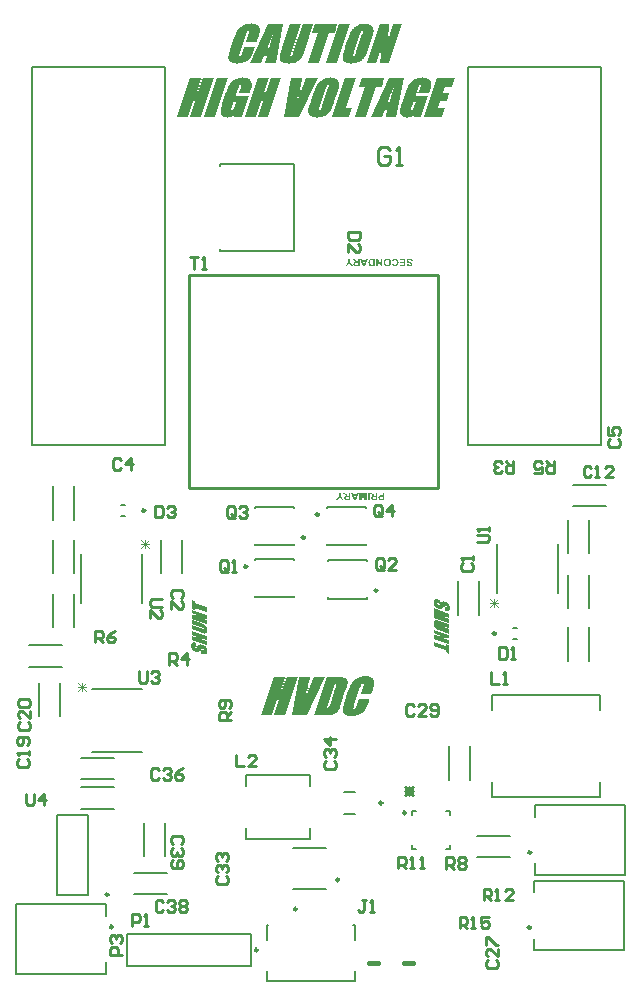
<source format=gbr>
G04*
G04 #@! TF.GenerationSoftware,Altium Limited,Altium Designer,24.6.1 (21)*
G04*
G04 Layer_Color=65535*
%FSLAX25Y25*%
%MOIN*%
G70*
G04*
G04 #@! TF.SameCoordinates,3E969972-8C0A-4DBC-9D31-E8772DB7AAD8*
G04*
G04*
G04 #@! TF.FilePolarity,Positive*
G04*
G01*
G75*
%ADD10C,0.00984*%
%ADD11C,0.00787*%
%ADD12C,0.00600*%
%ADD13C,0.01575*%
%ADD14C,0.01000*%
%ADD15C,0.00300*%
G36*
X312896Y312670D02*
Y311898D01*
X316898Y310535D01*
Y309106D01*
X312896Y310469D01*
Y309696D01*
X311773Y310075D01*
Y313050D01*
X312896Y312670D01*
D02*
G37*
G36*
X316898Y308092D02*
Y306838D01*
X314631Y307050D01*
X316898Y306277D01*
Y305060D01*
X311773Y306802D01*
Y308005D01*
X314018Y307852D01*
X311773Y308617D01*
Y309835D01*
X316898Y308092D01*
D02*
G37*
G36*
X315177Y305198D02*
X315185D01*
X315199Y305191D01*
X315229Y305176D01*
X315272Y305169D01*
X315316Y305147D01*
X315367Y305133D01*
X315491Y305082D01*
X315622Y305031D01*
X315761Y304980D01*
X315885Y304928D01*
X315936Y304899D01*
X315987Y304877D01*
X315994Y304870D01*
X316030Y304856D01*
X316074Y304826D01*
X316140Y304783D01*
X316213Y304732D01*
X316300Y304659D01*
X316395Y304579D01*
X316490Y304476D01*
X316504Y304462D01*
X316533Y304426D01*
X316577Y304367D01*
X316635Y304294D01*
X316694Y304200D01*
X316759Y304090D01*
X316825Y303974D01*
X316876Y303842D01*
Y303835D01*
X316883Y303828D01*
X316891Y303806D01*
X316898Y303777D01*
X316913Y303711D01*
X316934Y303609D01*
X316964Y303500D01*
X316978Y303368D01*
X316993Y303223D01*
X317000Y303070D01*
Y302989D01*
X316993Y302909D01*
X316978Y302800D01*
X316964Y302676D01*
X316934Y302545D01*
X316898Y302421D01*
X316847Y302297D01*
X316840Y302282D01*
X316818Y302246D01*
X316789Y302195D01*
X316738Y302129D01*
X316679Y302064D01*
X316614Y301998D01*
X316533Y301940D01*
X316446Y301896D01*
X316431Y301889D01*
X316402Y301881D01*
X316351Y301867D01*
X316286Y301859D01*
X316205Y301845D01*
X316118Y301838D01*
X316023Y301845D01*
X315921Y301859D01*
X315907D01*
X315892Y301867D01*
X315863Y301874D01*
X315834Y301881D01*
X315790Y301896D01*
X315739Y301910D01*
X315673Y301932D01*
X315608Y301947D01*
X315520Y301976D01*
X315433Y302005D01*
X315331Y302042D01*
X315214Y302078D01*
X315083Y302115D01*
X314944Y302166D01*
X314791Y302217D01*
X311773Y303244D01*
Y304673D01*
X315586Y303376D01*
X315600Y303368D01*
X315637Y303361D01*
X315688Y303339D01*
X315753Y303325D01*
X315819Y303303D01*
X315877Y303281D01*
X315928Y303274D01*
X315965Y303266D01*
X315972D01*
X315994Y303281D01*
X316023Y303303D01*
X316030Y303339D01*
Y303354D01*
X316023Y303383D01*
X316001Y303427D01*
X315957Y303470D01*
X315950D01*
X315936Y303485D01*
X315914Y303492D01*
X315870Y303514D01*
X315812Y303543D01*
X315739Y303573D01*
X315644Y303609D01*
X315520Y303653D01*
X311773Y304928D01*
Y306357D01*
X315177Y305198D01*
D02*
G37*
G36*
X316898Y301058D02*
Y299629D01*
X314798Y300343D01*
Y300081D01*
X316898Y299366D01*
Y297937D01*
X311773Y299680D01*
Y301109D01*
X313559Y300503D01*
Y300766D01*
X311773Y301371D01*
Y302800D01*
X316898Y301058D01*
D02*
G37*
G36*
X312480Y298914D02*
X312539Y298907D01*
X312604Y298900D01*
X312677Y298885D01*
X312750Y298863D01*
X312837Y298849D01*
X312932Y298819D01*
X313034Y298790D01*
X313144Y298754D01*
X313406Y298666D01*
Y297325D01*
X312976Y297471D01*
X312969Y297478D01*
X312940Y297485D01*
X312896Y297493D01*
X312852Y297507D01*
X312801Y297522D01*
X312750Y297529D01*
X312714Y297536D01*
X312684D01*
X312677D01*
X312655Y297522D01*
X312641Y297493D01*
X312633Y297449D01*
Y297434D01*
X312641Y297398D01*
X312662Y297354D01*
X312706Y297296D01*
X312721Y297289D01*
X312735Y297274D01*
X312765Y297259D01*
X312801Y297238D01*
X312845Y297216D01*
X312896Y297194D01*
X312954Y297172D01*
X312961D01*
X312990Y297157D01*
X313034Y297150D01*
X313085Y297135D01*
X313195Y297114D01*
X313246Y297106D01*
X313289D01*
X313297D01*
X313311Y297114D01*
X313340Y297128D01*
X313377Y297150D01*
X313421Y297179D01*
X313472Y297223D01*
X313530Y297289D01*
X313588Y297361D01*
X313596Y297369D01*
X313610Y297391D01*
X313639Y297427D01*
X313676Y297471D01*
X313720Y297529D01*
X313771Y297587D01*
X313895Y297726D01*
X314033Y297872D01*
X314179Y298003D01*
X314252Y298061D01*
X314325Y298112D01*
X314390Y298149D01*
X314456Y298178D01*
X314463D01*
X314470Y298185D01*
X314492D01*
X314521Y298193D01*
X314558Y298200D01*
X314609Y298207D01*
X314660D01*
X314725D01*
X314798D01*
X314879Y298200D01*
X314966Y298193D01*
X315068Y298178D01*
X315177Y298156D01*
X315294Y298127D01*
X315418Y298091D01*
X315557Y298047D01*
X315564D01*
X315579Y298040D01*
X315608Y298025D01*
X315644Y298010D01*
X315688Y297996D01*
X315746Y297974D01*
X315863Y297923D01*
X315994Y297865D01*
X316132Y297792D01*
X316264Y297711D01*
X316373Y297631D01*
X316388Y297624D01*
X316417Y297587D01*
X316468Y297536D01*
X316533Y297464D01*
X316599Y297369D01*
X316679Y297259D01*
X316752Y297121D01*
X316825Y296968D01*
Y296961D01*
X316832Y296946D01*
X316840Y296924D01*
X316854Y296895D01*
X316869Y296851D01*
X316883Y296800D01*
X316913Y296691D01*
X316942Y296545D01*
X316971Y296392D01*
X316993Y296217D01*
X317000Y296035D01*
Y295947D01*
X316993Y295903D01*
X316985Y295845D01*
X316971Y295728D01*
X316949Y295590D01*
X316913Y295444D01*
X316862Y295306D01*
X316796Y295175D01*
X316789Y295160D01*
X316759Y295124D01*
X316716Y295072D01*
X316650Y295014D01*
X316577Y294956D01*
X316490Y294905D01*
X316388Y294868D01*
X316271Y294847D01*
X316264D01*
X316256D01*
X316234D01*
X316213D01*
X316140Y294854D01*
X316038Y294868D01*
X315907Y294890D01*
X315753Y294927D01*
X315571Y294970D01*
X315367Y295036D01*
X314981Y295167D01*
Y296509D01*
X315651Y296283D01*
X315666D01*
X315695Y296268D01*
X315739Y296253D01*
X315790Y296239D01*
X315848Y296224D01*
X315899Y296217D01*
X315943Y296210D01*
X315972D01*
X315979Y296217D01*
X316001Y296232D01*
X316023Y296261D01*
X316030Y296290D01*
Y296334D01*
X316023Y296370D01*
X315994Y296428D01*
X315979Y296458D01*
X315950Y296487D01*
X315943Y296494D01*
X315936Y296501D01*
X315914Y296516D01*
X315885Y296538D01*
X315848Y296560D01*
X315804Y296582D01*
X315753Y296603D01*
X315688Y296625D01*
X315681D01*
X315666Y296633D01*
X315651Y296640D01*
X315622Y296647D01*
X315549Y296669D01*
X315462Y296691D01*
X315360Y296713D01*
X315265Y296720D01*
X315177D01*
X315105Y296705D01*
X315097D01*
X315090Y296691D01*
X315061Y296662D01*
X315024Y296625D01*
X314973Y296567D01*
X314908Y296487D01*
X314820Y296385D01*
X314711Y296261D01*
X314704Y296253D01*
X314696Y296246D01*
X314660Y296202D01*
X314602Y296137D01*
X314529Y296057D01*
X314448Y295976D01*
X314376Y295889D01*
X314303Y295823D01*
X314237Y295765D01*
X314230Y295758D01*
X314208Y295750D01*
X314172Y295728D01*
X314128Y295707D01*
X314069Y295685D01*
X313997Y295663D01*
X313909Y295648D01*
X313814Y295634D01*
X313800D01*
X313763D01*
X313705D01*
X313625Y295648D01*
X313530Y295663D01*
X313413Y295685D01*
X313275Y295721D01*
X313129Y295765D01*
X313122D01*
X313100Y295772D01*
X313071Y295787D01*
X313034Y295801D01*
X312983Y295816D01*
X312932Y295838D01*
X312801Y295896D01*
X312662Y295962D01*
X312517Y296035D01*
X312385Y296122D01*
X312269Y296210D01*
X312254Y296224D01*
X312225Y296253D01*
X312167Y296312D01*
X312108Y296385D01*
X312035Y296479D01*
X311963Y296589D01*
X311890Y296720D01*
X311824Y296859D01*
Y296866D01*
X311817Y296880D01*
X311809Y296902D01*
X311802Y296931D01*
X311788Y296968D01*
X311773Y297012D01*
X311744Y297121D01*
X311715Y297252D01*
X311686Y297398D01*
X311671Y297566D01*
X311664Y297741D01*
Y297828D01*
X311671Y297872D01*
Y297923D01*
X311686Y298040D01*
X311707Y298171D01*
X311737Y298309D01*
X311780Y298448D01*
X311839Y298572D01*
Y298579D01*
X311846Y298586D01*
X311868Y298623D01*
X311904Y298674D01*
X311955Y298739D01*
X312021Y298798D01*
X312094Y298856D01*
X312181Y298900D01*
X312276Y298922D01*
X312291D01*
X312327D01*
X312393D01*
X312480Y298914D01*
D02*
G37*
G36*
X393360Y313339D02*
X393462Y313325D01*
X393594Y313303D01*
X393747Y313266D01*
X393929Y313223D01*
X394133Y313157D01*
X394519Y313026D01*
Y311684D01*
X393849Y311910D01*
X393834D01*
X393805Y311925D01*
X393761Y311940D01*
X393710Y311954D01*
X393652Y311969D01*
X393601Y311976D01*
X393557Y311983D01*
X393528D01*
X393521Y311976D01*
X393499Y311961D01*
X393477Y311932D01*
X393470Y311903D01*
Y311859D01*
X393477Y311823D01*
X393506Y311765D01*
X393521Y311735D01*
X393550Y311706D01*
X393557Y311699D01*
X393564Y311692D01*
X393586Y311677D01*
X393615Y311655D01*
X393652Y311633D01*
X393696Y311611D01*
X393747Y311590D01*
X393812Y311568D01*
X393819D01*
X393834Y311560D01*
X393849Y311553D01*
X393878Y311546D01*
X393951Y311524D01*
X394038Y311502D01*
X394140Y311480D01*
X394235Y311473D01*
X394322D01*
X394395Y311488D01*
X394403D01*
X394410Y311502D01*
X394439Y311531D01*
X394476Y311568D01*
X394527Y311626D01*
X394592Y311706D01*
X394680Y311808D01*
X394789Y311932D01*
X394796Y311940D01*
X394804Y311947D01*
X394840Y311990D01*
X394898Y312056D01*
X394971Y312136D01*
X395052Y312216D01*
X395124Y312304D01*
X395197Y312370D01*
X395263Y312428D01*
X395270Y312435D01*
X395292Y312442D01*
X395328Y312464D01*
X395372Y312486D01*
X395431Y312508D01*
X395503Y312530D01*
X395591Y312545D01*
X395686Y312559D01*
X395700D01*
X395737D01*
X395795D01*
X395875Y312545D01*
X395970Y312530D01*
X396087Y312508D01*
X396225Y312472D01*
X396371Y312428D01*
X396378D01*
X396400Y312421D01*
X396429Y312406D01*
X396466Y312391D01*
X396517Y312377D01*
X396568Y312355D01*
X396699Y312297D01*
X396838Y312231D01*
X396983Y312158D01*
X397115Y312071D01*
X397231Y311983D01*
X397246Y311969D01*
X397275Y311940D01*
X397333Y311881D01*
X397392Y311808D01*
X397464Y311714D01*
X397537Y311604D01*
X397610Y311473D01*
X397676Y311334D01*
Y311327D01*
X397683Y311313D01*
X397691Y311291D01*
X397698Y311262D01*
X397712Y311225D01*
X397727Y311181D01*
X397756Y311072D01*
X397785Y310941D01*
X397814Y310795D01*
X397829Y310627D01*
X397836Y310452D01*
Y310365D01*
X397829Y310321D01*
Y310270D01*
X397814Y310153D01*
X397793Y310022D01*
X397763Y309884D01*
X397720Y309745D01*
X397661Y309621D01*
Y309614D01*
X397654Y309607D01*
X397632Y309570D01*
X397596Y309519D01*
X397545Y309454D01*
X397479Y309395D01*
X397406Y309337D01*
X397319Y309293D01*
X397224Y309271D01*
X397209D01*
X397173D01*
X397107D01*
X397020Y309279D01*
X396961Y309286D01*
X396896Y309293D01*
X396823Y309308D01*
X396750Y309330D01*
X396663Y309344D01*
X396568Y309373D01*
X396466Y309403D01*
X396356Y309439D01*
X396094Y309526D01*
Y310868D01*
X396524Y310722D01*
X396531Y310715D01*
X396561Y310707D01*
X396604Y310700D01*
X396648Y310686D01*
X396699Y310671D01*
X396750Y310664D01*
X396786Y310656D01*
X396816D01*
X396823D01*
X396845Y310671D01*
X396859Y310700D01*
X396867Y310744D01*
Y310758D01*
X396859Y310795D01*
X396838Y310839D01*
X396794Y310897D01*
X396779Y310904D01*
X396765Y310919D01*
X396736Y310933D01*
X396699Y310955D01*
X396655Y310977D01*
X396604Y310999D01*
X396546Y311021D01*
X396539D01*
X396510Y311035D01*
X396466Y311043D01*
X396415Y311057D01*
X396305Y311079D01*
X396254Y311087D01*
X396211D01*
X396203D01*
X396189Y311079D01*
X396160Y311065D01*
X396123Y311043D01*
X396079Y311014D01*
X396028Y310970D01*
X395970Y310904D01*
X395912Y310831D01*
X395904Y310824D01*
X395890Y310802D01*
X395861Y310766D01*
X395824Y310722D01*
X395780Y310664D01*
X395729Y310605D01*
X395605Y310467D01*
X395467Y310321D01*
X395321Y310190D01*
X395248Y310132D01*
X395175Y310081D01*
X395110Y310044D01*
X395044Y310015D01*
X395037D01*
X395030Y310008D01*
X395008D01*
X394979Y310000D01*
X394942Y309993D01*
X394891Y309986D01*
X394840D01*
X394775D01*
X394702D01*
X394621Y309993D01*
X394534Y310000D01*
X394432Y310015D01*
X394322Y310037D01*
X394206Y310066D01*
X394082Y310102D01*
X393943Y310146D01*
X393936D01*
X393921Y310153D01*
X393892Y310168D01*
X393856Y310183D01*
X393812Y310197D01*
X393754Y310219D01*
X393637Y310270D01*
X393506Y310328D01*
X393368Y310401D01*
X393236Y310482D01*
X393127Y310562D01*
X393112Y310569D01*
X393083Y310605D01*
X393032Y310656D01*
X392967Y310729D01*
X392901Y310824D01*
X392821Y310933D01*
X392748Y311072D01*
X392675Y311225D01*
Y311232D01*
X392668Y311247D01*
X392660Y311269D01*
X392646Y311298D01*
X392631Y311342D01*
X392617Y311393D01*
X392587Y311502D01*
X392558Y311648D01*
X392529Y311801D01*
X392507Y311976D01*
X392500Y312158D01*
Y312246D01*
X392507Y312289D01*
X392515Y312348D01*
X392529Y312464D01*
X392551Y312603D01*
X392587Y312749D01*
X392638Y312887D01*
X392704Y313018D01*
X392711Y313033D01*
X392741Y313069D01*
X392784Y313121D01*
X392850Y313179D01*
X392923Y313237D01*
X393010Y313288D01*
X393112Y313325D01*
X393229Y313347D01*
X393236D01*
X393244D01*
X393266D01*
X393287D01*
X393360Y313339D01*
D02*
G37*
G36*
X397727Y308513D02*
Y307084D01*
X395941Y307689D01*
Y307427D01*
X397727Y306822D01*
Y305393D01*
X392602Y307135D01*
Y308564D01*
X394702Y307850D01*
Y308112D01*
X392602Y308827D01*
Y310256D01*
X397727Y308513D01*
D02*
G37*
G36*
X393477Y306348D02*
X393579Y306333D01*
X393594D01*
X393608Y306326D01*
X393637Y306319D01*
X393666Y306312D01*
X393710Y306297D01*
X393761Y306282D01*
X393827Y306261D01*
X393892Y306246D01*
X393980Y306217D01*
X394067Y306188D01*
X394169Y306151D01*
X394286Y306115D01*
X394417Y306078D01*
X394556Y306027D01*
X394709Y305976D01*
X397727Y304948D01*
Y303520D01*
X393914Y304817D01*
X393900Y304824D01*
X393863Y304832D01*
X393812Y304854D01*
X393747Y304868D01*
X393681Y304890D01*
X393623Y304912D01*
X393572Y304919D01*
X393535Y304926D01*
X393528D01*
X393506Y304912D01*
X393477Y304890D01*
X393470Y304854D01*
Y304839D01*
X393477Y304810D01*
X393499Y304766D01*
X393543Y304722D01*
X393550D01*
X393564Y304708D01*
X393586Y304700D01*
X393630Y304679D01*
X393688Y304649D01*
X393761Y304620D01*
X393856Y304584D01*
X393980Y304540D01*
X397727Y303264D01*
Y301836D01*
X394322Y302995D01*
X394315D01*
X394301Y303002D01*
X394271Y303016D01*
X394228Y303024D01*
X394184Y303046D01*
X394133Y303060D01*
X394009Y303111D01*
X393878Y303162D01*
X393739Y303213D01*
X393615Y303264D01*
X393564Y303294D01*
X393513Y303315D01*
X393506Y303323D01*
X393470Y303337D01*
X393426Y303366D01*
X393360Y303410D01*
X393287Y303461D01*
X393200Y303534D01*
X393105Y303614D01*
X393010Y303716D01*
X392996Y303731D01*
X392967Y303767D01*
X392923Y303826D01*
X392864Y303899D01*
X392806Y303993D01*
X392741Y304103D01*
X392675Y304219D01*
X392624Y304351D01*
Y304358D01*
X392617Y304365D01*
X392609Y304387D01*
X392602Y304416D01*
X392587Y304482D01*
X392566Y304584D01*
X392536Y304693D01*
X392522Y304824D01*
X392507Y304970D01*
X392500Y305123D01*
Y305204D01*
X392507Y305284D01*
X392522Y305393D01*
X392536Y305517D01*
X392566Y305648D01*
X392602Y305772D01*
X392653Y305896D01*
X392660Y305911D01*
X392682Y305947D01*
X392711Y305998D01*
X392762Y306064D01*
X392821Y306129D01*
X392886Y306195D01*
X392967Y306253D01*
X393054Y306297D01*
X393069Y306304D01*
X393098Y306312D01*
X393149Y306326D01*
X393214Y306333D01*
X393295Y306348D01*
X393382Y306355D01*
X393477Y306348D01*
D02*
G37*
G36*
X397727Y301391D02*
Y300188D01*
X395482Y300341D01*
X397727Y299576D01*
Y298358D01*
X392602Y300100D01*
Y301354D01*
X394869Y301143D01*
X392602Y301916D01*
Y303133D01*
X397727Y301391D01*
D02*
G37*
G36*
X396604Y297724D02*
Y298497D01*
X397727Y298118D01*
Y295143D01*
X396604Y295522D01*
Y296295D01*
X392602Y297658D01*
Y299087D01*
X396604Y297724D01*
D02*
G37*
G36*
X337336Y474101D02*
X333765D01*
X335551Y479349D01*
X334895D01*
X333109Y474101D01*
X329538D01*
X333893Y486910D01*
X337464D01*
X335952Y482446D01*
X336608D01*
X338120Y486910D01*
X341691D01*
X337336Y474101D01*
D02*
G37*
G36*
X314798D02*
X311227D01*
X313013Y479349D01*
X312357D01*
X310571Y474101D01*
X307000D01*
X311355Y486910D01*
X314926D01*
X313413Y482446D01*
X314069D01*
X315582Y486910D01*
X319153D01*
X314798Y474101D01*
D02*
G37*
G36*
X389026Y487165D02*
X389172Y487147D01*
X389500Y487111D01*
X389865Y487038D01*
X390229Y486928D01*
X390593Y486764D01*
X390903Y486564D01*
X390921D01*
X390939Y486528D01*
X391031Y486455D01*
X391158Y486327D01*
X391304Y486145D01*
X391450Y485945D01*
X391577Y485689D01*
X391668Y485416D01*
X391705Y485106D01*
Y485088D01*
Y485070D01*
Y485015D01*
Y484961D01*
X391687Y484870D01*
Y484760D01*
X391668Y484633D01*
X391650Y484487D01*
X391614Y484323D01*
X391596Y484159D01*
X391504Y483740D01*
X391377Y483248D01*
X391195Y482701D01*
X390939Y482009D01*
X387368D01*
X387824Y483303D01*
Y483321D01*
X387842Y483357D01*
X387860Y483394D01*
X387879Y483467D01*
X387933Y483649D01*
X388006Y483849D01*
X388061Y484068D01*
X388115Y484268D01*
X388152Y484432D01*
X388170Y484487D01*
Y484542D01*
Y484560D01*
Y484578D01*
X388134Y484651D01*
X388079Y484724D01*
X388006Y484760D01*
X387897D01*
X387824Y484742D01*
X387696Y484687D01*
X387587Y484578D01*
X387569Y484542D01*
X387532Y484469D01*
X387478Y484378D01*
X387423Y484232D01*
X387350Y484050D01*
X387241Y483795D01*
X387132Y483485D01*
X385091Y477491D01*
X385073Y477454D01*
X385054Y477363D01*
X385000Y477217D01*
X384963Y477053D01*
X384909Y476889D01*
X384854Y476707D01*
X384836Y476580D01*
X384818Y476470D01*
Y476434D01*
X384854Y476379D01*
X384927Y476306D01*
X384982Y476288D01*
X385054Y476270D01*
X385091D01*
X385200Y476306D01*
X385346Y476379D01*
X385419Y476434D01*
X385492Y476507D01*
Y476525D01*
X385528Y476561D01*
X385565Y476634D01*
X385619Y476725D01*
X385692Y476871D01*
X385765Y477071D01*
X385856Y477308D01*
X385965Y477600D01*
X386421Y478930D01*
X385765D01*
X386512Y481135D01*
X390648D01*
X388261Y474101D01*
X385911D01*
X386002Y474994D01*
X385984Y474976D01*
X385929Y474903D01*
X385856Y474812D01*
X385747Y474685D01*
X385601Y474539D01*
X385419Y474411D01*
X385219Y474265D01*
X384982Y474138D01*
X384945Y474120D01*
X384872Y474101D01*
X384745Y474047D01*
X384581Y473992D01*
X384362Y473938D01*
X384143Y473901D01*
X383888Y473865D01*
X383615Y473846D01*
X383469D01*
X383305Y473865D01*
X383105Y473901D01*
X382868Y473938D01*
X382631Y474010D01*
X382376Y474120D01*
X382139Y474247D01*
X382121Y474265D01*
X382048Y474320D01*
X381939Y474411D01*
X381811Y474539D01*
X381684Y474685D01*
X381556Y474867D01*
X381447Y475067D01*
X381356Y475286D01*
Y475322D01*
X381338Y475395D01*
X381301Y475523D01*
X381283Y475687D01*
X381265Y475869D01*
Y476088D01*
Y476324D01*
X381301Y476561D01*
Y476598D01*
X381338Y476689D01*
X381374Y476853D01*
X381429Y477071D01*
X381502Y477345D01*
X381593Y477691D01*
X381720Y478092D01*
X381884Y478547D01*
X383141Y482264D01*
Y482282D01*
X383178Y482337D01*
X383196Y482428D01*
X383251Y482556D01*
X383305Y482701D01*
X383360Y482884D01*
X383506Y483266D01*
X383688Y483704D01*
X383870Y484141D01*
X384071Y484560D01*
X384162Y484742D01*
X384253Y484906D01*
Y484924D01*
X384271Y484942D01*
X384344Y485052D01*
X384471Y485216D01*
X384654Y485416D01*
X384891Y485671D01*
X385182Y485926D01*
X385528Y486200D01*
X385947Y486473D01*
X385965D01*
X386002Y486509D01*
X386075Y486546D01*
X386166Y486582D01*
X386275Y486637D01*
X386403Y486692D01*
X386567Y486764D01*
X386731Y486837D01*
X387132Y486965D01*
X387605Y487074D01*
X388115Y487147D01*
X388662Y487184D01*
X388899D01*
X389026Y487165D01*
D02*
G37*
G36*
X329192D02*
X329338Y487147D01*
X329666Y487111D01*
X330030Y487038D01*
X330395Y486928D01*
X330759Y486764D01*
X331069Y486564D01*
X331087D01*
X331105Y486528D01*
X331196Y486455D01*
X331324Y486327D01*
X331469Y486145D01*
X331615Y485945D01*
X331743Y485689D01*
X331834Y485416D01*
X331870Y485106D01*
Y485088D01*
Y485070D01*
Y485015D01*
Y484961D01*
X331852Y484870D01*
Y484760D01*
X331834Y484633D01*
X331816Y484487D01*
X331779Y484323D01*
X331761Y484159D01*
X331670Y483740D01*
X331542Y483248D01*
X331360Y482701D01*
X331105Y482009D01*
X327534D01*
X327989Y483303D01*
Y483321D01*
X328008Y483357D01*
X328026Y483394D01*
X328044Y483467D01*
X328099Y483649D01*
X328172Y483849D01*
X328226Y484068D01*
X328281Y484268D01*
X328317Y484432D01*
X328336Y484487D01*
Y484542D01*
Y484560D01*
Y484578D01*
X328299Y484651D01*
X328244Y484724D01*
X328172Y484760D01*
X328062D01*
X327989Y484742D01*
X327862Y484687D01*
X327753Y484578D01*
X327734Y484542D01*
X327698Y484469D01*
X327643Y484378D01*
X327589Y484232D01*
X327516Y484050D01*
X327406Y483795D01*
X327297Y483485D01*
X325256Y477491D01*
X325238Y477454D01*
X325220Y477363D01*
X325165Y477217D01*
X325129Y477053D01*
X325074Y476889D01*
X325020Y476707D01*
X325001Y476580D01*
X324983Y476470D01*
Y476434D01*
X325020Y476379D01*
X325093Y476306D01*
X325147Y476288D01*
X325220Y476270D01*
X325256D01*
X325366Y476306D01*
X325512Y476379D01*
X325584Y476434D01*
X325657Y476507D01*
Y476525D01*
X325694Y476561D01*
X325730Y476634D01*
X325785Y476725D01*
X325858Y476871D01*
X325931Y477071D01*
X326022Y477308D01*
X326131Y477600D01*
X326587Y478930D01*
X325931D01*
X326678Y481135D01*
X330814D01*
X328427Y474101D01*
X326076D01*
X326167Y474994D01*
X326149Y474976D01*
X326095Y474903D01*
X326022Y474812D01*
X325912Y474685D01*
X325767Y474539D01*
X325584Y474411D01*
X325384Y474265D01*
X325147Y474138D01*
X325111Y474120D01*
X325038Y474101D01*
X324910Y474047D01*
X324746Y473992D01*
X324528Y473938D01*
X324309Y473901D01*
X324054Y473865D01*
X323781Y473846D01*
X323635D01*
X323471Y473865D01*
X323271Y473901D01*
X323034Y473938D01*
X322797Y474010D01*
X322542Y474120D01*
X322305Y474247D01*
X322287Y474265D01*
X322214Y474320D01*
X322104Y474411D01*
X321977Y474539D01*
X321849Y474685D01*
X321722Y474867D01*
X321612Y475067D01*
X321521Y475286D01*
Y475322D01*
X321503Y475395D01*
X321467Y475523D01*
X321448Y475687D01*
X321430Y475869D01*
Y476088D01*
Y476324D01*
X321467Y476561D01*
Y476598D01*
X321503Y476689D01*
X321540Y476853D01*
X321594Y477071D01*
X321667Y477345D01*
X321758Y477691D01*
X321886Y478092D01*
X322050Y478547D01*
X323307Y482264D01*
Y482282D01*
X323343Y482337D01*
X323362Y482428D01*
X323416Y482556D01*
X323471Y482701D01*
X323526Y482884D01*
X323671Y483266D01*
X323853Y483704D01*
X324036Y484141D01*
X324236Y484560D01*
X324327Y484742D01*
X324418Y484906D01*
Y484924D01*
X324436Y484942D01*
X324509Y485052D01*
X324637Y485216D01*
X324819Y485416D01*
X325056Y485671D01*
X325347Y485926D01*
X325694Y486200D01*
X326113Y486473D01*
X326131D01*
X326167Y486509D01*
X326240Y486546D01*
X326331Y486582D01*
X326441Y486637D01*
X326568Y486692D01*
X326732Y486764D01*
X326896Y486837D01*
X327297Y486965D01*
X327771Y487074D01*
X328281Y487147D01*
X328828Y487184D01*
X329064D01*
X329192Y487165D01*
D02*
G37*
G36*
X347704Y474101D02*
X342511D01*
X344970Y486910D01*
X348706D01*
Y486892D01*
X348687Y486856D01*
X348669Y486783D01*
X348651Y486673D01*
X348633Y486546D01*
X348596Y486400D01*
X348542Y486218D01*
X348505Y486036D01*
X348450Y485817D01*
X348396Y485580D01*
X348268Y485052D01*
X348141Y484469D01*
X347977Y483831D01*
X347813Y483157D01*
X347631Y482446D01*
X347448Y481736D01*
X347248Y480989D01*
X347048Y480260D01*
X346847Y479531D01*
X346628Y478839D01*
X346436Y478191D01*
X346446Y478201D01*
X346464Y478256D01*
X346483Y478329D01*
X346556Y478511D01*
X346647Y478748D01*
X346774Y479057D01*
X346902Y479422D01*
X347066Y479823D01*
X347230Y480260D01*
X347412Y480734D01*
X347612Y481244D01*
X347813Y481754D01*
X348031Y482301D01*
X348487Y483376D01*
X348942Y484450D01*
X350017Y486910D01*
X353752D01*
X347704Y474101D01*
D02*
G37*
G36*
X398537Y484104D02*
X396351D01*
X395640Y482046D01*
X397681D01*
X396770Y479349D01*
X394729D01*
X393891Y476907D01*
X396278D01*
X395331Y474101D01*
X389373D01*
X393727Y486910D01*
X399485D01*
X398537Y484104D01*
D02*
G37*
G36*
X380062Y474101D02*
X376418D01*
X377020Y476343D01*
X376127D01*
X375179Y474101D01*
X371535D01*
X377548Y486910D01*
X382540D01*
X380062Y474101D01*
D02*
G37*
G36*
X375088Y484104D02*
X373157D01*
X369750Y474101D01*
X366179D01*
X369586Y484104D01*
X367654D01*
X368602Y486910D01*
X376036D01*
X375088Y484104D01*
D02*
G37*
G36*
X363172Y476907D02*
X365140D01*
X364193Y474101D01*
X358654D01*
X363008Y486910D01*
X366579D01*
X363172Y476907D01*
D02*
G37*
G36*
X319535Y474101D02*
X315964D01*
X320319Y486910D01*
X323890D01*
X319535Y474101D01*
D02*
G37*
G36*
X358453Y487165D02*
X358690Y487147D01*
X358982Y487092D01*
X359273Y487038D01*
X359565Y486947D01*
X359838Y486837D01*
X359874Y486819D01*
X359965Y486764D01*
X360075Y486692D01*
X360239Y486582D01*
X360403Y486437D01*
X360567Y486254D01*
X360713Y486036D01*
X360840Y485799D01*
X360858Y485762D01*
X360876Y485671D01*
X360913Y485544D01*
X360949Y485361D01*
X360986Y485125D01*
Y484870D01*
Y484596D01*
X360931Y484305D01*
Y484268D01*
X360913Y484214D01*
X360895Y484159D01*
X360876Y484068D01*
X360840Y483959D01*
X360804Y483813D01*
X360767Y483667D01*
X360713Y483485D01*
X360658Y483284D01*
X360585Y483066D01*
X360512Y482829D01*
X360439Y482556D01*
X360330Y482264D01*
X360221Y481936D01*
X360111Y481590D01*
X359383Y479440D01*
Y479422D01*
X359346Y479367D01*
X359328Y479258D01*
X359273Y479130D01*
X359219Y478984D01*
X359164Y478802D01*
X359018Y478402D01*
X358854Y477964D01*
X358672Y477509D01*
X358508Y477090D01*
X358435Y476907D01*
X358362Y476743D01*
X358344Y476707D01*
X358289Y476598D01*
X358216Y476452D01*
X358089Y476252D01*
X357943Y476015D01*
X357743Y475760D01*
X357524Y475504D01*
X357269Y475231D01*
X357232Y475195D01*
X357141Y475122D01*
X356996Y474994D01*
X356795Y474849D01*
X356540Y474685D01*
X356249Y474502D01*
X355939Y474338D01*
X355593Y474193D01*
X355574D01*
X355556Y474174D01*
X355502Y474156D01*
X355429Y474138D01*
X355228Y474083D01*
X354992Y474029D01*
X354682Y473956D01*
X354336Y473901D01*
X353953Y473865D01*
X353552Y473846D01*
X353388D01*
X353188Y473865D01*
X352951Y473883D01*
X352659Y473919D01*
X352368Y473992D01*
X352076Y474065D01*
X351785Y474174D01*
X351748Y474193D01*
X351675Y474247D01*
X351548Y474320D01*
X351402Y474430D01*
X351238Y474575D01*
X351074Y474757D01*
X350928Y474976D01*
X350801Y475213D01*
X350783Y475249D01*
X350764Y475341D01*
X350728Y475468D01*
X350692Y475650D01*
X350655Y475887D01*
X350637Y476124D01*
X350655Y476397D01*
X350692Y476689D01*
Y476707D01*
X350710Y476725D01*
Y476780D01*
X350728Y476853D01*
X350746Y476944D01*
X350783Y477053D01*
X350819Y477181D01*
X350874Y477326D01*
X350928Y477509D01*
X350983Y477709D01*
X351056Y477946D01*
X351129Y478183D01*
X351220Y478456D01*
X351311Y478766D01*
X351420Y479094D01*
X351548Y479440D01*
X352277Y481590D01*
Y481608D01*
X352313Y481681D01*
X352331Y481772D01*
X352386Y481900D01*
X352441Y482046D01*
X352495Y482228D01*
X352641Y482647D01*
X352805Y483084D01*
X352969Y483521D01*
X353133Y483940D01*
X353206Y484123D01*
X353279Y484286D01*
Y484305D01*
X353297Y484323D01*
X353352Y484414D01*
X353425Y484578D01*
X353552Y484778D01*
X353698Y484997D01*
X353880Y485252D01*
X354099Y485507D01*
X354354Y485762D01*
X354390Y485799D01*
X354481Y485872D01*
X354627Y485999D01*
X354846Y486145D01*
X355083Y486309D01*
X355374Y486491D01*
X355684Y486655D01*
X356030Y486801D01*
X356048D01*
X356066Y486819D01*
X356121Y486837D01*
X356194Y486856D01*
X356394Y486928D01*
X356649Y487001D01*
X356959Y487056D01*
X357305Y487129D01*
X357688Y487165D01*
X358089Y487184D01*
X358271D01*
X358453Y487165D01*
D02*
G37*
G36*
X377694Y492101D02*
X374560D01*
X375089Y497768D01*
X373158Y492101D01*
X370115D01*
X374469Y504910D01*
X377476D01*
X377093Y499298D01*
X379006Y504910D01*
X382049D01*
X377694Y492101D01*
D02*
G37*
G36*
X331853Y505165D02*
X331999Y505147D01*
X332327Y505111D01*
X332709Y505038D01*
X333074Y504947D01*
X333438Y504801D01*
X333766Y504600D01*
X333784D01*
X333802Y504582D01*
X333893Y504491D01*
X334021Y504364D01*
X334167Y504200D01*
X334294Y503981D01*
X334422Y503744D01*
X334513Y503453D01*
X334549Y503307D01*
Y503143D01*
Y503125D01*
Y503106D01*
Y503052D01*
Y502979D01*
X334531Y502888D01*
Y502778D01*
X334513Y502651D01*
X334476Y502487D01*
X334458Y502323D01*
X334422Y502122D01*
X334367Y501904D01*
X334313Y501667D01*
X334240Y501412D01*
X334167Y501139D01*
X334076Y500847D01*
X333966Y500519D01*
X333511Y499171D01*
X329940D01*
X330723Y501503D01*
Y501521D01*
X330741Y501540D01*
X330778Y501649D01*
X330814Y501795D01*
X330869Y501977D01*
X330924Y502159D01*
X330978Y502341D01*
X331015Y502487D01*
Y502578D01*
Y502614D01*
X330978Y502669D01*
X330887Y502724D01*
X330833Y502760D01*
X330687D01*
X330577Y502742D01*
X330432Y502669D01*
X330359Y502614D01*
X330286Y502542D01*
Y502523D01*
X330268Y502487D01*
X330231Y502432D01*
X330177Y502323D01*
X330104Y502159D01*
X330031Y501959D01*
X329922Y501704D01*
X329812Y501394D01*
X327844Y495582D01*
Y495563D01*
X327826Y495545D01*
X327790Y495436D01*
X327753Y495290D01*
X327699Y495108D01*
X327626Y494926D01*
X327589Y494743D01*
X327553Y494580D01*
X327535Y494470D01*
Y494434D01*
X327571Y494379D01*
X327608Y494343D01*
X327662Y494306D01*
X327735Y494288D01*
X327826Y494270D01*
X327863D01*
X327972Y494306D01*
X328118Y494361D01*
X328172Y494416D01*
X328245Y494488D01*
Y494507D01*
X328282Y494543D01*
X328318Y494616D01*
X328373Y494725D01*
X328446Y494889D01*
X328537Y495090D01*
X328628Y495363D01*
X328701Y495527D01*
X328755Y495709D01*
X329339Y497440D01*
X332910D01*
X332691Y496802D01*
Y496784D01*
X332655Y496711D01*
X332618Y496620D01*
X332582Y496474D01*
X332527Y496329D01*
X332454Y496128D01*
X332381Y495928D01*
X332290Y495709D01*
X332108Y495254D01*
X331889Y494780D01*
X331671Y494343D01*
X331561Y494160D01*
X331452Y493978D01*
Y493960D01*
X331434Y493942D01*
X331343Y493832D01*
X331197Y493669D01*
X331015Y493468D01*
X330760Y493231D01*
X330450Y492994D01*
X330085Y492739D01*
X329666Y492484D01*
X329648D01*
X329612Y492466D01*
X329539Y492429D01*
X329466Y492393D01*
X329339Y492338D01*
X329211Y492284D01*
X329065Y492229D01*
X328883Y492174D01*
X328500Y492047D01*
X328045Y491956D01*
X327571Y491883D01*
X327043Y491847D01*
X326806D01*
X326678Y491865D01*
X326533Y491883D01*
X326205Y491919D01*
X325840Y491974D01*
X325476Y492065D01*
X325111Y492193D01*
X324783Y492375D01*
X324747Y492393D01*
X324656Y492484D01*
X324528Y492593D01*
X324401Y492776D01*
X324255Y492976D01*
X324128Y493231D01*
X324036Y493541D01*
X324018Y493705D01*
X324000Y493869D01*
Y493887D01*
Y493924D01*
Y493978D01*
X324018Y494051D01*
Y494142D01*
X324036Y494270D01*
X324055Y494416D01*
X324091Y494580D01*
X324128Y494780D01*
X324164Y494980D01*
X324219Y495217D01*
X324291Y495472D01*
X324364Y495746D01*
X324437Y496055D01*
X324547Y496365D01*
X324656Y496711D01*
X325895Y500355D01*
Y500373D01*
X325913Y500410D01*
X325950Y500483D01*
X325968Y500574D01*
X326022Y500701D01*
X326059Y500829D01*
X326168Y501120D01*
X326296Y501467D01*
X326442Y501795D01*
X326569Y502122D01*
X326697Y502414D01*
X326715Y502451D01*
X326751Y502542D01*
X326842Y502669D01*
X326952Y502851D01*
X327097Y503052D01*
X327280Y503270D01*
X327480Y503525D01*
X327735Y503762D01*
X327771Y503799D01*
X327863Y503872D01*
X328008Y503999D01*
X328209Y504145D01*
X328464Y504309D01*
X328737Y504473D01*
X329065Y504655D01*
X329411Y504801D01*
X329430D01*
X329448Y504819D01*
X329502Y504837D01*
X329575Y504855D01*
X329776Y504928D01*
X330049Y505001D01*
X330359Y505056D01*
X330705Y505129D01*
X331088Y505165D01*
X331488Y505184D01*
X331744D01*
X331853Y505165D01*
D02*
G37*
G36*
X349508Y496402D02*
Y496383D01*
X349490Y496347D01*
X349453Y496274D01*
X349435Y496165D01*
X349380Y496055D01*
X349344Y495928D01*
X349217Y495618D01*
X349089Y495290D01*
X348961Y494944D01*
X348834Y494634D01*
X348761Y494507D01*
X348706Y494379D01*
X348688Y494361D01*
X348652Y494270D01*
X348579Y494160D01*
X348469Y493996D01*
X348342Y493814D01*
X348160Y493596D01*
X347959Y493359D01*
X347704Y493122D01*
X347668Y493085D01*
X347577Y493013D01*
X347431Y492903D01*
X347249Y492758D01*
X347012Y492612D01*
X346739Y492448D01*
X346447Y492284D01*
X346119Y492156D01*
X346101D01*
X346083Y492138D01*
X346028Y492120D01*
X345955Y492101D01*
X345791Y492065D01*
X345536Y492010D01*
X345263Y491938D01*
X344935Y491901D01*
X344570Y491865D01*
X344188Y491847D01*
X343987D01*
X343787Y491865D01*
X343514Y491901D01*
X343204Y491938D01*
X342876Y492010D01*
X342566Y492101D01*
X342256Y492229D01*
X342220Y492247D01*
X342129Y492302D01*
X342001Y492375D01*
X341837Y492502D01*
X341673Y492648D01*
X341509Y492812D01*
X341364Y493013D01*
X341254Y493231D01*
X341236Y493268D01*
X341218Y493340D01*
X341181Y493468D01*
X341163Y493632D01*
X341127Y493832D01*
X341109Y494051D01*
X341127Y494288D01*
X341163Y494543D01*
Y494580D01*
X341181Y494616D01*
X341200Y494689D01*
X341218Y494762D01*
X341254Y494871D01*
X341291Y494999D01*
X341345Y495162D01*
X341382Y495327D01*
X341455Y495545D01*
X341528Y495764D01*
X341619Y496019D01*
X341710Y496310D01*
X341801Y496638D01*
X341929Y496984D01*
X342056Y497367D01*
X344625Y504910D01*
X348196D01*
X344953Y495381D01*
X344935Y495345D01*
X344917Y495254D01*
X344862Y495126D01*
X344826Y494962D01*
X344771Y494798D01*
X344716Y494652D01*
X344698Y494525D01*
X344680Y494434D01*
Y494416D01*
X344716Y494361D01*
X344771Y494288D01*
X344862Y494270D01*
X344898D01*
X344971Y494288D01*
X345080Y494343D01*
X345190Y494452D01*
Y494470D01*
X345226Y494507D01*
X345245Y494561D01*
X345299Y494671D01*
X345372Y494816D01*
X345445Y494999D01*
X345536Y495235D01*
X345645Y495545D01*
X348834Y504910D01*
X352405D01*
X349508Y496402D01*
D02*
G37*
G36*
X360185Y492101D02*
X356614D01*
X360968Y504910D01*
X364540D01*
X360185Y492101D01*
D02*
G37*
G36*
X359438Y502104D02*
X357507D01*
X354099Y492101D01*
X350528D01*
X353936Y502104D01*
X352004D01*
X352952Y504910D01*
X360385D01*
X359438Y502104D01*
D02*
G37*
G36*
X339924Y492101D02*
X336280D01*
X336881Y494343D01*
X335989D01*
X335041Y492101D01*
X331397D01*
X337410Y504910D01*
X342402D01*
X339924Y492101D01*
D02*
G37*
G36*
X369914Y505165D02*
X370151Y505147D01*
X370443Y505092D01*
X370734Y505038D01*
X371026Y504947D01*
X371299Y504837D01*
X371336Y504819D01*
X371427Y504764D01*
X371536Y504692D01*
X371700Y504582D01*
X371864Y504436D01*
X372028Y504254D01*
X372174Y504036D01*
X372301Y503799D01*
X372319Y503762D01*
X372338Y503671D01*
X372374Y503544D01*
X372410Y503362D01*
X372447Y503125D01*
Y502870D01*
Y502596D01*
X372392Y502305D01*
Y502268D01*
X372374Y502214D01*
X372356Y502159D01*
X372338Y502068D01*
X372301Y501959D01*
X372265Y501813D01*
X372228Y501667D01*
X372174Y501485D01*
X372119Y501284D01*
X372046Y501066D01*
X371973Y500829D01*
X371900Y500556D01*
X371791Y500264D01*
X371682Y499936D01*
X371572Y499590D01*
X370844Y497440D01*
Y497422D01*
X370807Y497367D01*
X370789Y497258D01*
X370734Y497130D01*
X370680Y496984D01*
X370625Y496802D01*
X370479Y496402D01*
X370315Y495964D01*
X370133Y495509D01*
X369969Y495090D01*
X369896Y494907D01*
X369823Y494743D01*
X369805Y494707D01*
X369750Y494598D01*
X369677Y494452D01*
X369550Y494251D01*
X369404Y494015D01*
X369204Y493760D01*
X368985Y493504D01*
X368730Y493231D01*
X368694Y493195D01*
X368603Y493122D01*
X368457Y492994D01*
X368256Y492849D01*
X368001Y492685D01*
X367710Y492502D01*
X367400Y492338D01*
X367054Y492193D01*
X367036D01*
X367017Y492174D01*
X366963Y492156D01*
X366890Y492138D01*
X366689Y492083D01*
X366453Y492029D01*
X366143Y491956D01*
X365797Y491901D01*
X365414Y491865D01*
X365013Y491847D01*
X364849D01*
X364649Y491865D01*
X364412Y491883D01*
X364120Y491919D01*
X363829Y491992D01*
X363537Y492065D01*
X363246Y492174D01*
X363209Y492193D01*
X363137Y492247D01*
X363009Y492320D01*
X362863Y492429D01*
X362699Y492575D01*
X362535Y492758D01*
X362389Y492976D01*
X362262Y493213D01*
X362244Y493249D01*
X362226Y493340D01*
X362189Y493468D01*
X362153Y493650D01*
X362116Y493887D01*
X362098Y494124D01*
X362116Y494397D01*
X362153Y494689D01*
Y494707D01*
X362171Y494725D01*
Y494780D01*
X362189Y494853D01*
X362207Y494944D01*
X362244Y495053D01*
X362280Y495181D01*
X362335Y495327D01*
X362389Y495509D01*
X362444Y495709D01*
X362517Y495946D01*
X362590Y496183D01*
X362681Y496456D01*
X362772Y496766D01*
X362881Y497094D01*
X363009Y497440D01*
X363738Y499590D01*
Y499608D01*
X363774Y499681D01*
X363792Y499772D01*
X363847Y499900D01*
X363902Y500045D01*
X363956Y500228D01*
X364102Y500647D01*
X364266Y501084D01*
X364430Y501521D01*
X364594Y501940D01*
X364667Y502122D01*
X364740Y502286D01*
Y502305D01*
X364758Y502323D01*
X364813Y502414D01*
X364886Y502578D01*
X365013Y502778D01*
X365159Y502997D01*
X365341Y503252D01*
X365560Y503507D01*
X365815Y503762D01*
X365851Y503799D01*
X365942Y503872D01*
X366088Y503999D01*
X366307Y504145D01*
X366544Y504309D01*
X366835Y504491D01*
X367145Y504655D01*
X367491Y504801D01*
X367509D01*
X367528Y504819D01*
X367582Y504837D01*
X367655Y504855D01*
X367856Y504928D01*
X368111Y505001D01*
X368420Y505056D01*
X368766Y505129D01*
X369149Y505165D01*
X369550Y505184D01*
X369732D01*
X369914Y505165D01*
D02*
G37*
G36*
X342798Y274602D02*
X339227D01*
X341013Y279849D01*
X340357D01*
X338571Y274602D01*
X335000D01*
X339355Y287410D01*
X342926D01*
X341413Y282946D01*
X342069D01*
X343582Y287410D01*
X347153D01*
X342798Y274602D01*
D02*
G37*
G36*
X370019Y287665D02*
X370165Y287647D01*
X370493Y287611D01*
X370875Y287538D01*
X371240Y287447D01*
X371604Y287301D01*
X371932Y287101D01*
X371950D01*
X371968Y287082D01*
X372059Y286991D01*
X372187Y286864D01*
X372333Y286700D01*
X372460Y286481D01*
X372588Y286244D01*
X372679Y285953D01*
X372715Y285807D01*
Y285643D01*
Y285625D01*
Y285606D01*
Y285552D01*
Y285479D01*
X372697Y285388D01*
Y285279D01*
X372679Y285151D01*
X372642Y284987D01*
X372624Y284823D01*
X372588Y284623D01*
X372533Y284404D01*
X372479Y284167D01*
X372406Y283912D01*
X372333Y283639D01*
X372242Y283347D01*
X372132Y283019D01*
X371677Y281671D01*
X368106D01*
X368889Y284003D01*
Y284021D01*
X368907Y284039D01*
X368944Y284149D01*
X368980Y284295D01*
X369035Y284477D01*
X369090Y284659D01*
X369144Y284841D01*
X369181Y284987D01*
Y285078D01*
Y285115D01*
X369144Y285169D01*
X369053Y285224D01*
X368999Y285260D01*
X368853D01*
X368743Y285242D01*
X368598Y285169D01*
X368525Y285115D01*
X368452Y285042D01*
Y285023D01*
X368434Y284987D01*
X368397Y284932D01*
X368343Y284823D01*
X368270Y284659D01*
X368197Y284459D01*
X368088Y284204D01*
X367978Y283894D01*
X366010Y278082D01*
Y278063D01*
X365992Y278045D01*
X365956Y277936D01*
X365919Y277790D01*
X365865Y277608D01*
X365792Y277426D01*
X365755Y277243D01*
X365719Y277080D01*
X365701Y276970D01*
Y276934D01*
X365737Y276879D01*
X365774Y276843D01*
X365828Y276806D01*
X365901Y276788D01*
X365992Y276770D01*
X366029D01*
X366138Y276806D01*
X366284Y276861D01*
X366338Y276916D01*
X366411Y276988D01*
Y277007D01*
X366448Y277043D01*
X366484Y277116D01*
X366539Y277225D01*
X366612Y277389D01*
X366703Y277590D01*
X366794Y277863D01*
X366867Y278027D01*
X366921Y278209D01*
X367505Y279940D01*
X371076D01*
X370857Y279302D01*
Y279284D01*
X370820Y279211D01*
X370784Y279120D01*
X370748Y278974D01*
X370693Y278829D01*
X370620Y278628D01*
X370547Y278428D01*
X370456Y278209D01*
X370274Y277754D01*
X370055Y277280D01*
X369837Y276843D01*
X369727Y276660D01*
X369618Y276478D01*
Y276460D01*
X369600Y276442D01*
X369509Y276332D01*
X369363Y276168D01*
X369181Y275968D01*
X368926Y275731D01*
X368616Y275494D01*
X368251Y275239D01*
X367832Y274984D01*
X367814D01*
X367778Y274966D01*
X367705Y274929D01*
X367632Y274893D01*
X367505Y274838D01*
X367377Y274784D01*
X367231Y274729D01*
X367049Y274674D01*
X366666Y274547D01*
X366211Y274456D01*
X365737Y274383D01*
X365209Y274346D01*
X364972D01*
X364844Y274365D01*
X364699Y274383D01*
X364371Y274419D01*
X364006Y274474D01*
X363642Y274565D01*
X363277Y274693D01*
X362949Y274875D01*
X362913Y274893D01*
X362822Y274984D01*
X362694Y275094D01*
X362567Y275276D01*
X362421Y275476D01*
X362294Y275731D01*
X362203Y276041D01*
X362184Y276205D01*
X362166Y276369D01*
Y276387D01*
Y276424D01*
Y276478D01*
X362184Y276551D01*
Y276642D01*
X362203Y276770D01*
X362221Y276916D01*
X362257Y277080D01*
X362294Y277280D01*
X362330Y277480D01*
X362385Y277717D01*
X362457Y277972D01*
X362530Y278245D01*
X362603Y278555D01*
X362713Y278865D01*
X362822Y279211D01*
X364061Y282855D01*
Y282873D01*
X364079Y282910D01*
X364116Y282983D01*
X364134Y283074D01*
X364188Y283201D01*
X364225Y283329D01*
X364334Y283620D01*
X364462Y283967D01*
X364608Y284295D01*
X364735Y284623D01*
X364863Y284914D01*
X364881Y284950D01*
X364917Y285042D01*
X365008Y285169D01*
X365118Y285351D01*
X365263Y285552D01*
X365446Y285770D01*
X365646Y286026D01*
X365901Y286262D01*
X365938Y286299D01*
X366029Y286372D01*
X366174Y286499D01*
X366375Y286645D01*
X366630Y286809D01*
X366903Y286973D01*
X367231Y287155D01*
X367577Y287301D01*
X367596D01*
X367614Y287319D01*
X367669Y287337D01*
X367741Y287355D01*
X367942Y287428D01*
X368215Y287501D01*
X368525Y287556D01*
X368871Y287629D01*
X369254Y287665D01*
X369654Y287684D01*
X369910D01*
X370019Y287665D01*
D02*
G37*
G36*
X350305Y274602D02*
X345112D01*
X347572Y287410D01*
X351307D01*
Y287392D01*
X351289Y287355D01*
X351271Y287283D01*
X351252Y287173D01*
X351234Y287046D01*
X351198Y286900D01*
X351143Y286718D01*
X351107Y286536D01*
X351052Y286317D01*
X350997Y286080D01*
X350870Y285552D01*
X350742Y284969D01*
X350578Y284331D01*
X350414Y283657D01*
X350232Y282946D01*
X350050Y282236D01*
X349849Y281489D01*
X349649Y280760D01*
X349448Y280031D01*
X349230Y279339D01*
X349037Y278691D01*
X349048Y278701D01*
X349066Y278756D01*
X349084Y278829D01*
X349157Y279011D01*
X349248Y279248D01*
X349376Y279557D01*
X349503Y279922D01*
X349667Y280323D01*
X349831Y280760D01*
X350013Y281234D01*
X350214Y281744D01*
X350414Y282254D01*
X350633Y282801D01*
X351088Y283875D01*
X351544Y284950D01*
X352619Y287410D01*
X356354D01*
X350305Y274602D01*
D02*
G37*
G36*
X360144Y287392D02*
X360399D01*
X360654Y287374D01*
X361182Y287355D01*
X361692Y287319D01*
X361947Y287283D01*
X362166Y287246D01*
X362366Y287210D01*
X362530Y287173D01*
X362549D01*
X362567Y287155D01*
X362658Y287137D01*
X362804Y287082D01*
X362968Y286991D01*
X363150Y286900D01*
X363314Y286772D01*
X363478Y286609D01*
X363605Y286426D01*
X363624Y286408D01*
X363642Y286335D01*
X363697Y286226D01*
X363733Y286080D01*
X363788Y285916D01*
X363806Y285716D01*
Y285497D01*
X363788Y285260D01*
Y285224D01*
X363769Y285133D01*
X363751Y285060D01*
X363715Y284969D01*
X363697Y284859D01*
X363660Y284732D01*
X363624Y284568D01*
X363569Y284404D01*
X363514Y284204D01*
X363441Y283985D01*
X363369Y283748D01*
X363277Y283475D01*
X363186Y283183D01*
X363077Y282855D01*
X361583Y278464D01*
Y278446D01*
X361565Y278391D01*
X361528Y278300D01*
X361492Y278191D01*
X361437Y278045D01*
X361383Y277899D01*
X361237Y277535D01*
X361091Y277152D01*
X360927Y276770D01*
X360763Y276424D01*
X360690Y276278D01*
X360617Y276150D01*
X360599Y276132D01*
X360544Y276059D01*
X360472Y275950D01*
X360362Y275804D01*
X360235Y275658D01*
X360089Y275494D01*
X359907Y275349D01*
X359706Y275203D01*
X359688Y275185D01*
X359615Y275148D01*
X359506Y275094D01*
X359360Y275021D01*
X359178Y274929D01*
X358978Y274857D01*
X358741Y274784D01*
X358504Y274729D01*
X358467D01*
X358395Y274711D01*
X358230Y274693D01*
X358030Y274674D01*
X357775Y274638D01*
X357465Y274620D01*
X357083Y274602D01*
X352418D01*
X356773Y287410D01*
X359943D01*
X360144Y287392D01*
D02*
G37*
G36*
X366481Y346328D02*
X365943D01*
X364931Y348847D01*
X365480D01*
X365699Y348275D01*
X366711D01*
X366918Y348847D01*
X367457D01*
X366481Y346328D01*
D02*
G37*
G36*
X373652D02*
X372516D01*
X372484Y346331D01*
X372444D01*
X372404Y346335D01*
X372356D01*
X372262Y346346D01*
X372163Y346357D01*
X372072Y346375D01*
X372032Y346386D01*
X371996Y346397D01*
X371992D01*
X371989Y346400D01*
X371967Y346411D01*
X371934Y346429D01*
X371890Y346451D01*
X371843Y346488D01*
X371796Y346528D01*
X371748Y346579D01*
X371705Y346641D01*
Y346644D01*
X371701Y346648D01*
X371694Y346659D01*
X371687Y346670D01*
X371668Y346706D01*
X371647Y346754D01*
X371628Y346812D01*
X371610Y346877D01*
X371596Y346954D01*
X371592Y347034D01*
Y347037D01*
Y347045D01*
Y347063D01*
X371596Y347081D01*
Y347107D01*
X371599Y347132D01*
X371614Y347198D01*
X371632Y347274D01*
X371661Y347350D01*
X371705Y347430D01*
X371730Y347467D01*
X371759Y347503D01*
X371763Y347507D01*
X371767Y347511D01*
X371778Y347521D01*
X371792Y347532D01*
X371807Y347547D01*
X371829Y347565D01*
X371854Y347583D01*
X371883Y347602D01*
X371916Y347623D01*
X371956Y347642D01*
X371996Y347660D01*
X372040Y347678D01*
X372091Y347696D01*
X372142Y347711D01*
X372196Y347725D01*
X372258Y347736D01*
X372254D01*
X372251Y347740D01*
X372229Y347755D01*
X372200Y347773D01*
X372163Y347798D01*
X372120Y347831D01*
X372076Y347864D01*
X372029Y347904D01*
X371989Y347947D01*
X371985Y347951D01*
X371967Y347969D01*
X371945Y347998D01*
X371912Y348042D01*
X371869Y348097D01*
X371847Y348133D01*
X371821Y348169D01*
X371792Y348210D01*
X371763Y348253D01*
X371730Y348304D01*
X371697Y348355D01*
X371388Y348847D01*
X372000D01*
X372364Y348301D01*
X372367Y348297D01*
X372371Y348286D01*
X372382Y348271D01*
X372396Y348253D01*
X372411Y348231D01*
X372429Y348202D01*
X372469Y348144D01*
X372516Y348078D01*
X372560Y348020D01*
X372600Y347966D01*
X372618Y347947D01*
X372633Y347929D01*
X372637Y347925D01*
X372644Y347918D01*
X372658Y347904D01*
X372677Y347885D01*
X372702Y347871D01*
X372728Y347853D01*
X372757Y347838D01*
X372786Y347824D01*
X372790D01*
X372800Y347820D01*
X372819Y347813D01*
X372848Y347809D01*
X372884Y347802D01*
X372928Y347798D01*
X372979Y347795D01*
X373143D01*
Y348847D01*
X373652D01*
Y346328D01*
D02*
G37*
G36*
X364658D02*
X363522D01*
X363489Y346331D01*
X363449D01*
X363409Y346335D01*
X363362D01*
X363267Y346346D01*
X363169Y346357D01*
X363078Y346375D01*
X363038Y346386D01*
X363002Y346397D01*
X362998D01*
X362994Y346400D01*
X362972Y346411D01*
X362940Y346429D01*
X362896Y346451D01*
X362849Y346488D01*
X362801Y346528D01*
X362754Y346579D01*
X362710Y346641D01*
Y346644D01*
X362707Y346648D01*
X362699Y346659D01*
X362692Y346670D01*
X362674Y346706D01*
X362652Y346754D01*
X362634Y346812D01*
X362616Y346877D01*
X362601Y346954D01*
X362597Y347034D01*
Y347037D01*
Y347045D01*
Y347063D01*
X362601Y347081D01*
Y347107D01*
X362605Y347132D01*
X362619Y347198D01*
X362638Y347274D01*
X362667Y347350D01*
X362710Y347430D01*
X362736Y347467D01*
X362765Y347503D01*
X362769Y347507D01*
X362772Y347511D01*
X362783Y347521D01*
X362798Y347532D01*
X362812Y347547D01*
X362834Y347565D01*
X362860Y347583D01*
X362889Y347602D01*
X362922Y347623D01*
X362962Y347642D01*
X363002Y347660D01*
X363045Y347678D01*
X363096Y347696D01*
X363147Y347711D01*
X363202Y347725D01*
X363264Y347736D01*
X363260D01*
X363256Y347740D01*
X363234Y347755D01*
X363205Y347773D01*
X363169Y347798D01*
X363125Y347831D01*
X363082Y347864D01*
X363034Y347904D01*
X362994Y347947D01*
X362991Y347951D01*
X362972Y347969D01*
X362951Y347998D01*
X362918Y348042D01*
X362874Y348097D01*
X362852Y348133D01*
X362827Y348169D01*
X362798Y348210D01*
X362769Y348253D01*
X362736Y348304D01*
X362703Y348355D01*
X362394Y348847D01*
X363005D01*
X363369Y348301D01*
X363373Y348297D01*
X363376Y348286D01*
X363387Y348271D01*
X363402Y348253D01*
X363417Y348231D01*
X363435Y348202D01*
X363475Y348144D01*
X363522Y348078D01*
X363566Y348020D01*
X363606Y347966D01*
X363624Y347947D01*
X363639Y347929D01*
X363642Y347925D01*
X363650Y347918D01*
X363664Y347904D01*
X363682Y347885D01*
X363708Y347871D01*
X363733Y347853D01*
X363762Y347838D01*
X363791Y347824D01*
X363795D01*
X363806Y347820D01*
X363824Y347813D01*
X363853Y347809D01*
X363890Y347802D01*
X363933Y347798D01*
X363984Y347795D01*
X364148D01*
Y348847D01*
X364658D01*
Y346328D01*
D02*
G37*
G36*
X370140D02*
X369379D01*
X368928Y348049D01*
X368480Y346328D01*
X367715D01*
Y348847D01*
X368185D01*
X368189Y346866D01*
X368684Y348847D01*
X369175D01*
X369670Y346866D01*
Y348847D01*
X370140D01*
Y346328D01*
D02*
G37*
G36*
X376000D02*
X375072D01*
X375032Y346331D01*
X374937D01*
X374835Y346339D01*
X374733Y346346D01*
X374690Y346349D01*
X374646Y346353D01*
X374609Y346360D01*
X374580Y346368D01*
X374577D01*
X374570Y346371D01*
X374559Y346375D01*
X374544Y346378D01*
X374504Y346397D01*
X374453Y346419D01*
X374398Y346451D01*
X374337Y346495D01*
X374278Y346550D01*
X374220Y346615D01*
Y346619D01*
X374213Y346622D01*
X374205Y346633D01*
X374198Y346648D01*
X374184Y346670D01*
X374173Y346692D01*
X374158Y346717D01*
X374144Y346746D01*
X374118Y346819D01*
X374093Y346899D01*
X374078Y346997D01*
X374071Y347103D01*
Y347107D01*
Y347114D01*
Y347125D01*
Y347143D01*
X374074Y347161D01*
Y347187D01*
X374082Y347238D01*
X374093Y347300D01*
X374107Y347369D01*
X374129Y347434D01*
X374158Y347496D01*
X374162Y347503D01*
X374173Y347521D01*
X374191Y347551D01*
X374216Y347587D01*
X374246Y347623D01*
X374286Y347667D01*
X374326Y347707D01*
X374373Y347744D01*
X374380Y347747D01*
X374395Y347758D01*
X374420Y347773D01*
X374453Y347791D01*
X374493Y347813D01*
X374537Y347831D01*
X374584Y347849D01*
X374635Y347864D01*
X374642D01*
X374653Y347867D01*
X374668D01*
X374686Y347871D01*
X374711Y347875D01*
X374737Y347878D01*
X374770D01*
X374802Y347882D01*
X374843Y347885D01*
X374886Y347889D01*
X374934Y347893D01*
X374984D01*
X375039Y347896D01*
X375490D01*
Y348847D01*
X376000D01*
Y346328D01*
D02*
G37*
G36*
X371130D02*
X370620D01*
Y348847D01*
X371130D01*
Y346328D01*
D02*
G37*
G36*
X361458Y347787D02*
X362379Y346328D01*
X361786D01*
X361192Y347325D01*
X360614Y346328D01*
X360028D01*
X360949Y347791D01*
Y348847D01*
X361458D01*
Y347787D01*
D02*
G37*
G36*
X369593Y424280D02*
X369055D01*
X368043Y426799D01*
X368592D01*
X368811Y426228D01*
X369823D01*
X370030Y426799D01*
X370569D01*
X369593Y424280D01*
D02*
G37*
G36*
X384543Y426843D02*
X384583Y426839D01*
X384626Y426835D01*
X384677Y426828D01*
X384732Y426817D01*
X384852Y426792D01*
X384914Y426774D01*
X384972Y426756D01*
X385034Y426730D01*
X385092Y426701D01*
X385147Y426668D01*
X385198Y426628D01*
X385202Y426624D01*
X385209Y426617D01*
X385223Y426606D01*
X385238Y426588D01*
X385260Y426562D01*
X385282Y426533D01*
X385307Y426501D01*
X385333Y426464D01*
X385358Y426421D01*
X385384Y426373D01*
X385409Y426319D01*
X385435Y426260D01*
X385453Y426198D01*
X385474Y426129D01*
X385489Y426057D01*
X385500Y425980D01*
X385005Y425933D01*
Y425937D01*
X385001Y425944D01*
Y425958D01*
X384998Y425973D01*
X384983Y426017D01*
X384965Y426071D01*
X384943Y426133D01*
X384910Y426195D01*
X384874Y426250D01*
X384827Y426300D01*
X384819Y426304D01*
X384801Y426319D01*
X384772Y426337D01*
X384728Y426359D01*
X384674Y426380D01*
X384612Y426399D01*
X384539Y426413D01*
X384455Y426417D01*
X384415D01*
X384372Y426410D01*
X384317Y426402D01*
X384259Y426392D01*
X384197Y426373D01*
X384139Y426348D01*
X384088Y426315D01*
X384080Y426311D01*
X384066Y426297D01*
X384048Y426275D01*
X384022Y426246D01*
X384000Y426209D01*
X383979Y426166D01*
X383964Y426122D01*
X383960Y426071D01*
Y426067D01*
Y426057D01*
X383964Y426038D01*
X383968Y426017D01*
X383975Y425995D01*
X383982Y425969D01*
X383997Y425944D01*
X384015Y425918D01*
X384018Y425915D01*
X384026Y425907D01*
X384037Y425896D01*
X384055Y425882D01*
X384080Y425864D01*
X384113Y425845D01*
X384150Y425827D01*
X384197Y425809D01*
X384201D01*
X384215Y425802D01*
X384241Y425795D01*
X384259Y425787D01*
X384281Y425784D01*
X384306Y425776D01*
X384335Y425765D01*
X384368Y425758D01*
X384404Y425747D01*
X384448Y425736D01*
X384495Y425725D01*
X384546Y425711D01*
X384605Y425696D01*
X384608D01*
X384623Y425693D01*
X384645Y425685D01*
X384670Y425678D01*
X384703Y425667D01*
X384743Y425656D01*
X384783Y425642D01*
X384830Y425627D01*
X384925Y425591D01*
X385016Y425547D01*
X385063Y425525D01*
X385103Y425500D01*
X385143Y425474D01*
X385176Y425449D01*
X385180Y425445D01*
X385187Y425438D01*
X385198Y425427D01*
X385212Y425412D01*
X385231Y425390D01*
X385249Y425365D01*
X385271Y425340D01*
X385289Y425307D01*
X385333Y425230D01*
X385369Y425143D01*
X385384Y425096D01*
X385394Y425048D01*
X385402Y424994D01*
X385405Y424939D01*
Y424935D01*
Y424932D01*
Y424921D01*
Y424906D01*
X385398Y424870D01*
X385391Y424823D01*
X385380Y424768D01*
X385362Y424706D01*
X385336Y424641D01*
X385300Y424579D01*
Y424575D01*
X385296Y424572D01*
X385278Y424550D01*
X385256Y424520D01*
X385220Y424484D01*
X385176Y424444D01*
X385121Y424400D01*
X385060Y424360D01*
X384987Y424324D01*
X384983D01*
X384976Y424320D01*
X384965Y424317D01*
X384950Y424309D01*
X384928Y424302D01*
X384907Y424295D01*
X384878Y424288D01*
X384845Y424277D01*
X384772Y424262D01*
X384688Y424248D01*
X384594Y424237D01*
X384488Y424233D01*
X384444D01*
X384412Y424237D01*
X384372Y424240D01*
X384324Y424244D01*
X384277Y424251D01*
X384222Y424258D01*
X384106Y424284D01*
X384048Y424302D01*
X383989Y424320D01*
X383931Y424346D01*
X383877Y424375D01*
X383826Y424408D01*
X383778Y424444D01*
X383775Y424448D01*
X383767Y424455D01*
X383756Y424466D01*
X383742Y424480D01*
X383724Y424502D01*
X383702Y424528D01*
X383680Y424557D01*
X383654Y424590D01*
X383633Y424630D01*
X383611Y424670D01*
X383589Y424717D01*
X383571Y424768D01*
X383553Y424819D01*
X383538Y424877D01*
X383527Y424935D01*
X383524Y425001D01*
X384033Y425019D01*
Y425015D01*
Y425012D01*
X384040Y424986D01*
X384048Y424954D01*
X384062Y424914D01*
X384080Y424866D01*
X384106Y424823D01*
X384139Y424779D01*
X384175Y424743D01*
X384179Y424739D01*
X384193Y424728D01*
X384219Y424713D01*
X384255Y424699D01*
X384299Y424684D01*
X384353Y424670D01*
X384419Y424659D01*
X384495Y424655D01*
X384532D01*
X384572Y424659D01*
X384619Y424666D01*
X384674Y424677D01*
X384732Y424695D01*
X384787Y424717D01*
X384838Y424750D01*
X384841Y424754D01*
X384848Y424761D01*
X384863Y424772D01*
X384878Y424790D01*
X384892Y424812D01*
X384907Y424841D01*
X384914Y424870D01*
X384918Y424906D01*
Y424910D01*
Y424921D01*
X384914Y424939D01*
X384907Y424957D01*
X384899Y424983D01*
X384889Y425008D01*
X384870Y425034D01*
X384845Y425059D01*
X384841Y425063D01*
X384823Y425074D01*
X384812Y425081D01*
X384794Y425088D01*
X384776Y425099D01*
X384750Y425110D01*
X384721Y425121D01*
X384688Y425136D01*
X384648Y425150D01*
X384608Y425165D01*
X384557Y425179D01*
X384503Y425194D01*
X384444Y425209D01*
X384379Y425227D01*
X384375D01*
X384361Y425230D01*
X384343Y425234D01*
X384317Y425241D01*
X384288Y425248D01*
X384251Y425259D01*
X384211Y425270D01*
X384171Y425281D01*
X384084Y425310D01*
X383993Y425340D01*
X383906Y425372D01*
X383869Y425390D01*
X383833Y425409D01*
X383829D01*
X383826Y425412D01*
X383804Y425427D01*
X383771Y425449D01*
X383731Y425478D01*
X383687Y425514D01*
X383640Y425558D01*
X383593Y425609D01*
X383553Y425667D01*
X383549Y425674D01*
X383538Y425696D01*
X383520Y425729D01*
X383502Y425776D01*
X383483Y425835D01*
X383465Y425904D01*
X383454Y425980D01*
X383451Y426067D01*
Y426071D01*
Y426078D01*
Y426089D01*
Y426104D01*
X383454Y426122D01*
X383458Y426148D01*
X383465Y426198D01*
X383480Y426264D01*
X383502Y426333D01*
X383534Y426402D01*
X383574Y426475D01*
Y426479D01*
X383582Y426482D01*
X383596Y426504D01*
X383625Y426541D01*
X383662Y426581D01*
X383709Y426628D01*
X383771Y426672D01*
X383837Y426715D01*
X383917Y426756D01*
X383920D01*
X383927Y426759D01*
X383938Y426763D01*
X383957Y426770D01*
X383979Y426777D01*
X384004Y426785D01*
X384033Y426792D01*
X384066Y426799D01*
X384106Y426810D01*
X384146Y426817D01*
X384241Y426832D01*
X384346Y426843D01*
X384463Y426847D01*
X384510D01*
X384543Y426843D01*
D02*
G37*
G36*
X367770Y424280D02*
X366634D01*
X366601Y424284D01*
X366561D01*
X366521Y424288D01*
X366474D01*
X366379Y424298D01*
X366281Y424309D01*
X366190Y424328D01*
X366150Y424338D01*
X366113Y424349D01*
X366110D01*
X366106Y424353D01*
X366084Y424364D01*
X366052Y424382D01*
X366008Y424404D01*
X365961Y424440D01*
X365913Y424480D01*
X365866Y424531D01*
X365822Y424593D01*
Y424597D01*
X365819Y424601D01*
X365811Y424612D01*
X365804Y424622D01*
X365786Y424659D01*
X365764Y424706D01*
X365746Y424764D01*
X365727Y424830D01*
X365713Y424906D01*
X365709Y424986D01*
Y424990D01*
Y424997D01*
Y425015D01*
X365713Y425034D01*
Y425059D01*
X365717Y425085D01*
X365731Y425150D01*
X365749Y425227D01*
X365778Y425303D01*
X365822Y425383D01*
X365848Y425420D01*
X365877Y425456D01*
X365880Y425460D01*
X365884Y425463D01*
X365895Y425474D01*
X365910Y425485D01*
X365924Y425500D01*
X365946Y425518D01*
X365971Y425536D01*
X366001Y425554D01*
X366033Y425576D01*
X366073Y425594D01*
X366113Y425612D01*
X366157Y425631D01*
X366208Y425649D01*
X366259Y425664D01*
X366314Y425678D01*
X366375Y425689D01*
X366372D01*
X366368Y425693D01*
X366346Y425707D01*
X366317Y425725D01*
X366281Y425751D01*
X366237Y425784D01*
X366193Y425816D01*
X366146Y425856D01*
X366106Y425900D01*
X366102Y425904D01*
X366084Y425922D01*
X366062Y425951D01*
X366030Y425995D01*
X365986Y426049D01*
X365964Y426086D01*
X365939Y426122D01*
X365910Y426162D01*
X365880Y426206D01*
X365848Y426257D01*
X365815Y426308D01*
X365506Y426799D01*
X366117D01*
X366481Y426253D01*
X366485Y426250D01*
X366488Y426239D01*
X366499Y426224D01*
X366514Y426206D01*
X366528Y426184D01*
X366547Y426155D01*
X366587Y426097D01*
X366634Y426031D01*
X366678Y425973D01*
X366718Y425918D01*
X366736Y425900D01*
X366750Y425882D01*
X366754Y425878D01*
X366761Y425871D01*
X366776Y425856D01*
X366794Y425838D01*
X366820Y425824D01*
X366845Y425805D01*
X366874Y425791D01*
X366903Y425776D01*
X366907D01*
X366918Y425773D01*
X366936Y425765D01*
X366965Y425762D01*
X367002Y425754D01*
X367045Y425751D01*
X367096Y425747D01*
X367260D01*
Y426799D01*
X367770D01*
Y424280D01*
D02*
G37*
G36*
X375392D02*
X374900D01*
X373859Y425977D01*
Y424280D01*
X373390D01*
Y426799D01*
X373899D01*
X374922Y425139D01*
Y426799D01*
X375392D01*
Y424280D01*
D02*
G37*
G36*
X379665Y426839D02*
X379701Y426835D01*
X379742Y426832D01*
X379792Y426825D01*
X379847Y426814D01*
X379909Y426799D01*
X379971Y426781D01*
X380036Y426759D01*
X380105Y426730D01*
X380175Y426697D01*
X380244Y426661D01*
X380313Y426614D01*
X380379Y426562D01*
X380440Y426501D01*
X380444Y426497D01*
X380455Y426486D01*
X380469Y426464D01*
X380491Y426439D01*
X380513Y426402D01*
X380542Y426362D01*
X380571Y426311D01*
X380601Y426253D01*
X380630Y426191D01*
X380659Y426122D01*
X380688Y426042D01*
X380710Y425958D01*
X380732Y425871D01*
X380746Y425773D01*
X380757Y425671D01*
X380761Y425562D01*
Y425558D01*
Y425554D01*
Y425532D01*
X380757Y425500D01*
Y425456D01*
X380750Y425405D01*
X380743Y425343D01*
X380735Y425278D01*
X380721Y425201D01*
X380702Y425125D01*
X380681Y425045D01*
X380655Y424965D01*
X380622Y424881D01*
X380586Y424801D01*
X380542Y424724D01*
X380495Y424651D01*
X380437Y424582D01*
X380433Y424579D01*
X380422Y424568D01*
X380404Y424550D01*
X380379Y424528D01*
X380346Y424502D01*
X380306Y424473D01*
X380262Y424440D01*
X380207Y424408D01*
X380149Y424375D01*
X380087Y424342D01*
X380014Y424313D01*
X379942Y424288D01*
X379858Y424266D01*
X379774Y424248D01*
X379680Y424237D01*
X379585Y424233D01*
X379541D01*
X379509Y424237D01*
X379468Y424240D01*
X379425Y424248D01*
X379374Y424255D01*
X379319Y424266D01*
X379261Y424280D01*
X379199Y424298D01*
X379137Y424320D01*
X379072Y424349D01*
X379010Y424378D01*
X378952Y424415D01*
X378890Y424459D01*
X378835Y424506D01*
X378832D01*
X378828Y424513D01*
X378817Y424524D01*
X378806Y424535D01*
X378791Y424553D01*
X378777Y424575D01*
X378737Y424626D01*
X378697Y424692D01*
X378653Y424772D01*
X378613Y424863D01*
X378577Y424968D01*
X379079Y425088D01*
Y425085D01*
X379083Y425081D01*
Y425070D01*
X379090Y425056D01*
X379101Y425023D01*
X379119Y424979D01*
X379145Y424928D01*
X379177Y424877D01*
X379221Y424826D01*
X379268Y424783D01*
X379276Y424779D01*
X379294Y424764D01*
X379323Y424746D01*
X379363Y424724D01*
X379414Y424703D01*
X379472Y424684D01*
X379538Y424670D01*
X379610Y424666D01*
X379636D01*
X379658Y424670D01*
X379680Y424673D01*
X379709Y424677D01*
X379771Y424692D01*
X379843Y424717D01*
X379920Y424754D01*
X379960Y424775D01*
X379996Y424801D01*
X380033Y424833D01*
X380065Y424870D01*
Y424874D01*
X380073Y424881D01*
X380080Y424892D01*
X380091Y424910D01*
X380105Y424932D01*
X380120Y424957D01*
X380135Y424990D01*
X380149Y425027D01*
X380167Y425070D01*
X380182Y425117D01*
X380196Y425172D01*
X380211Y425230D01*
X380222Y425296D01*
X380229Y425365D01*
X380233Y425441D01*
X380237Y425525D01*
Y425529D01*
Y425547D01*
Y425572D01*
X380233Y425602D01*
Y425642D01*
X380226Y425689D01*
X380222Y425736D01*
X380215Y425791D01*
X380193Y425904D01*
X380164Y426017D01*
X380146Y426071D01*
X380120Y426122D01*
X380095Y426169D01*
X380065Y426209D01*
X380062Y426213D01*
X380058Y426217D01*
X380047Y426228D01*
X380033Y426242D01*
X379996Y426271D01*
X379945Y426308D01*
X379884Y426348D01*
X379807Y426377D01*
X379720Y426402D01*
X379672Y426406D01*
X379621Y426410D01*
X379603D01*
X379589Y426406D01*
X379549Y426402D01*
X379501Y426395D01*
X379450Y426377D01*
X379392Y426355D01*
X379334Y426326D01*
X379276Y426282D01*
X379268Y426275D01*
X379250Y426257D01*
X379225Y426228D01*
X379195Y426184D01*
X379159Y426126D01*
X379126Y426057D01*
X379094Y425973D01*
X379064Y425875D01*
X378569Y426027D01*
Y426031D01*
X378573Y426046D01*
X378580Y426067D01*
X378591Y426097D01*
X378606Y426129D01*
X378620Y426169D01*
X378639Y426213D01*
X378660Y426260D01*
X378711Y426359D01*
X378777Y426461D01*
X378857Y426559D01*
X378901Y426603D01*
X378948Y426643D01*
X378952Y426646D01*
X378959Y426650D01*
X378974Y426661D01*
X378995Y426675D01*
X379021Y426690D01*
X379054Y426705D01*
X379090Y426723D01*
X379130Y426741D01*
X379177Y426763D01*
X379228Y426781D01*
X379283Y426795D01*
X379341Y426810D01*
X379403Y426825D01*
X379472Y426835D01*
X379541Y426839D01*
X379618Y426843D01*
X379640D01*
X379665Y426839D01*
D02*
G37*
G36*
X383017Y424280D02*
X381150D01*
Y424706D01*
X382508D01*
Y425263D01*
X381245D01*
Y425689D01*
X382508D01*
Y426373D01*
X381103D01*
Y426799D01*
X383017D01*
Y424280D01*
D02*
G37*
G36*
X372851D02*
X371846D01*
X371817Y424284D01*
X371748Y424288D01*
X371672Y424291D01*
X371592Y424302D01*
X371515Y424313D01*
X371446Y424331D01*
X371442D01*
X371435Y424335D01*
X371424Y424338D01*
X371410Y424342D01*
X371366Y424360D01*
X371315Y424386D01*
X371257Y424419D01*
X371191Y424459D01*
X371129Y424506D01*
X371067Y424564D01*
X371064D01*
X371060Y424572D01*
X371042Y424593D01*
X371013Y424630D01*
X370980Y424677D01*
X370940Y424735D01*
X370900Y424804D01*
X370860Y424885D01*
X370827Y424972D01*
Y424975D01*
X370824Y424983D01*
X370820Y424997D01*
X370813Y425015D01*
X370809Y425037D01*
X370802Y425067D01*
X370794Y425099D01*
X370783Y425136D01*
X370776Y425176D01*
X370769Y425223D01*
X370762Y425270D01*
X370758Y425325D01*
X370747Y425438D01*
X370743Y425565D01*
Y425569D01*
Y425580D01*
Y425594D01*
Y425616D01*
X370747Y425645D01*
Y425674D01*
X370751Y425711D01*
X370754Y425751D01*
X370762Y425835D01*
X370776Y425922D01*
X370798Y426013D01*
X370824Y426100D01*
Y426104D01*
X370827Y426111D01*
X370834Y426126D01*
X370842Y426148D01*
X370849Y426169D01*
X370864Y426195D01*
X370893Y426260D01*
X370929Y426330D01*
X370976Y426406D01*
X371031Y426479D01*
X371093Y426548D01*
X371100Y426555D01*
X371118Y426570D01*
X371147Y426592D01*
X371187Y426621D01*
X371238Y426653D01*
X371297Y426686D01*
X371370Y426719D01*
X371450Y426748D01*
X371453D01*
X371457Y426752D01*
X371468D01*
X371479Y426756D01*
X371519Y426763D01*
X371570Y426774D01*
X371632Y426785D01*
X371708Y426792D01*
X371799Y426795D01*
X371897Y426799D01*
X372851D01*
Y424280D01*
D02*
G37*
G36*
X364570Y425740D02*
X365491Y424280D01*
X364898D01*
X364304Y425278D01*
X363725Y424280D01*
X363140D01*
X364060Y425743D01*
Y426799D01*
X364570D01*
Y425740D01*
D02*
G37*
G36*
X377066Y426843D02*
X377102Y426839D01*
X377150Y426835D01*
X377204Y426828D01*
X377266Y426817D01*
X377332Y426803D01*
X377405Y426785D01*
X377474Y426763D01*
X377550Y426734D01*
X377623Y426701D01*
X377699Y426664D01*
X377769Y426617D01*
X377838Y426566D01*
X377903Y426504D01*
X377907Y426501D01*
X377918Y426490D01*
X377932Y426468D01*
X377954Y426442D01*
X377980Y426406D01*
X378009Y426362D01*
X378038Y426315D01*
X378067Y426257D01*
X378100Y426195D01*
X378129Y426122D01*
X378158Y426046D01*
X378184Y425962D01*
X378205Y425871D01*
X378220Y425773D01*
X378231Y425667D01*
X378235Y425558D01*
Y425554D01*
Y425540D01*
Y425522D01*
X378231Y425492D01*
Y425460D01*
X378227Y425423D01*
X378224Y425380D01*
X378220Y425332D01*
X378205Y425230D01*
X378187Y425121D01*
X378158Y425012D01*
X378122Y424910D01*
Y424906D01*
X378118Y424903D01*
X378111Y424892D01*
X378107Y424877D01*
X378085Y424841D01*
X378060Y424793D01*
X378027Y424739D01*
X377987Y424684D01*
X377940Y424622D01*
X377889Y424564D01*
X377885Y424560D01*
X377882Y424557D01*
X377863Y424539D01*
X377831Y424510D01*
X377790Y424477D01*
X377743Y424440D01*
X377689Y424400D01*
X377627Y424364D01*
X377561Y424335D01*
X377557D01*
X377550Y424331D01*
X377536Y424324D01*
X377518Y424320D01*
X377496Y424309D01*
X377470Y424302D01*
X377437Y424295D01*
X377405Y424284D01*
X377325Y424266D01*
X377234Y424248D01*
X377128Y424237D01*
X377019Y424233D01*
X376993D01*
X376964Y424237D01*
X376928D01*
X376881Y424244D01*
X376826Y424251D01*
X376764Y424262D01*
X376698Y424277D01*
X376629Y424295D01*
X376556Y424317D01*
X376484Y424346D01*
X376407Y424378D01*
X376335Y424419D01*
X376262Y424466D01*
X376192Y424520D01*
X376127Y424582D01*
X376123Y424586D01*
X376112Y424597D01*
X376094Y424619D01*
X376076Y424644D01*
X376051Y424681D01*
X376021Y424724D01*
X375992Y424775D01*
X375960Y424833D01*
X375927Y424895D01*
X375898Y424968D01*
X375869Y425048D01*
X375843Y425132D01*
X375821Y425227D01*
X375807Y425325D01*
X375796Y425430D01*
X375792Y425543D01*
Y425551D01*
Y425569D01*
X375796Y425602D01*
Y425645D01*
X375803Y425696D01*
X375810Y425754D01*
X375821Y425824D01*
X375832Y425893D01*
X375850Y425969D01*
X375872Y426049D01*
X375901Y426129D01*
X375934Y426209D01*
X375971Y426286D01*
X376018Y426362D01*
X376069Y426435D01*
X376127Y426504D01*
X376131Y426508D01*
X376142Y426519D01*
X376160Y426537D01*
X376189Y426559D01*
X376222Y426584D01*
X376262Y426614D01*
X376309Y426643D01*
X376360Y426675D01*
X376422Y426708D01*
X376487Y426737D01*
X376560Y426766D01*
X376640Y426792D01*
X376724Y426814D01*
X376815Y426832D01*
X376910Y426843D01*
X377011Y426847D01*
X377037D01*
X377066Y426843D01*
D02*
G37*
%LPC*%
G36*
X379089Y483787D02*
X379078Y483776D01*
X379060Y483722D01*
X379024Y483667D01*
X378951Y483485D01*
X378860Y483248D01*
X378732Y482957D01*
X378605Y482628D01*
X378441Y482282D01*
X378277Y481900D01*
X377930Y481080D01*
X377584Y480260D01*
X377420Y479877D01*
X377256Y479513D01*
X377111Y479167D01*
X376983Y478875D01*
X377766D01*
Y478893D01*
X377785Y478966D01*
X377821Y479076D01*
X377858Y479221D01*
X377894Y479422D01*
X377949Y479640D01*
X378022Y479914D01*
X378094Y480224D01*
X378186Y480551D01*
X378277Y480934D01*
X378386Y481335D01*
X378514Y481772D01*
X378641Y482246D01*
X378787Y482738D01*
X378933Y483266D01*
X379089Y483787D01*
D02*
G37*
G36*
X357287Y484760D02*
X357251D01*
X357178Y484742D01*
X357069Y484706D01*
X356959Y484615D01*
X356941Y484578D01*
X356905Y484523D01*
X356850Y484432D01*
X356795Y484286D01*
X356722Y484104D01*
X356613Y483868D01*
X356504Y483558D01*
X354518Y477709D01*
Y477691D01*
X354500Y477673D01*
X354481Y477618D01*
X354463Y477545D01*
X354408Y477363D01*
X354336Y477163D01*
X354263Y476944D01*
X354208Y476725D01*
X354172Y476561D01*
X354153Y476507D01*
Y476452D01*
Y476415D01*
X354190Y476361D01*
X354244Y476306D01*
X354299Y476270D01*
X354408D01*
X354500Y476306D01*
X354609Y476361D01*
X354663Y476415D01*
X354718Y476488D01*
Y476507D01*
X354755Y476543D01*
X354791Y476616D01*
X354846Y476743D01*
X354919Y476907D01*
X355010Y477144D01*
X355119Y477436D01*
X355174Y477600D01*
X355247Y477800D01*
X357196Y483558D01*
Y483576D01*
X357214Y483594D01*
X357251Y483685D01*
X357287Y483831D01*
X357342Y483995D01*
X357397Y484177D01*
X357433Y484341D01*
X357469Y484487D01*
Y484578D01*
Y484615D01*
X357451Y484669D01*
X357397Y484724D01*
X357287Y484760D01*
D02*
G37*
G36*
X338951Y501787D02*
X338940Y501776D01*
X338922Y501722D01*
X338886Y501667D01*
X338813Y501485D01*
X338722Y501248D01*
X338594Y500956D01*
X338467Y500629D01*
X338303Y500282D01*
X338139Y499900D01*
X337792Y499080D01*
X337446Y498260D01*
X337282Y497877D01*
X337118Y497513D01*
X336973Y497167D01*
X336845Y496875D01*
X337629D01*
Y496893D01*
X337647Y496966D01*
X337683Y497076D01*
X337720Y497221D01*
X337756Y497422D01*
X337811Y497640D01*
X337884Y497914D01*
X337957Y498223D01*
X338048Y498551D01*
X338139Y498934D01*
X338248Y499335D01*
X338376Y499772D01*
X338503Y500246D01*
X338649Y500738D01*
X338795Y501266D01*
X338951Y501787D01*
D02*
G37*
G36*
X368748Y502760D02*
X368712D01*
X368639Y502742D01*
X368530Y502706D01*
X368420Y502614D01*
X368402Y502578D01*
X368366Y502523D01*
X368311Y502432D01*
X368256Y502286D01*
X368183Y502104D01*
X368074Y501867D01*
X367965Y501558D01*
X365979Y495709D01*
Y495691D01*
X365961Y495673D01*
X365942Y495618D01*
X365924Y495545D01*
X365870Y495363D01*
X365797Y495162D01*
X365724Y494944D01*
X365669Y494725D01*
X365633Y494561D01*
X365615Y494507D01*
Y494452D01*
Y494416D01*
X365651Y494361D01*
X365706Y494306D01*
X365760Y494270D01*
X365870D01*
X365961Y494306D01*
X366070Y494361D01*
X366125Y494416D01*
X366179Y494488D01*
Y494507D01*
X366216Y494543D01*
X366252Y494616D01*
X366307Y494743D01*
X366380Y494907D01*
X366471Y495144D01*
X366580Y495436D01*
X366635Y495600D01*
X366708Y495800D01*
X368657Y501558D01*
Y501576D01*
X368675Y501594D01*
X368712Y501685D01*
X368748Y501831D01*
X368803Y501995D01*
X368858Y502177D01*
X368894Y502341D01*
X368931Y502487D01*
Y502578D01*
Y502614D01*
X368912Y502669D01*
X368858Y502724D01*
X368748Y502760D01*
D02*
G37*
G36*
X359615Y284969D02*
X359506D01*
X356809Y277043D01*
X356882D01*
X356973Y277061D01*
X357064Y277080D01*
X357283Y277134D01*
X357374Y277189D01*
X357465Y277262D01*
X357484Y277280D01*
X357502Y277316D01*
X357556Y277407D01*
X357629Y277535D01*
X357720Y277717D01*
X357757Y277826D01*
X357811Y277972D01*
X357884Y278118D01*
X357939Y278300D01*
X358012Y278482D01*
X358085Y278701D01*
X359743Y283566D01*
Y283584D01*
X359761Y283602D01*
X359797Y283693D01*
X359834Y283839D01*
X359889Y284003D01*
X359943Y284167D01*
X359998Y284349D01*
X360034Y284477D01*
X360052Y284586D01*
Y284604D01*
Y284623D01*
Y284695D01*
X360016Y284787D01*
X359943Y284878D01*
X359925Y284896D01*
X359852Y284932D01*
X359706Y284950D01*
X359615Y284969D01*
D02*
G37*
G36*
X366558Y347849D02*
X365863D01*
X366216Y346914D01*
X366558Y347849D01*
D02*
G37*
G36*
X373143Y347394D02*
X372648D01*
X372575Y347391D01*
X372498Y347387D01*
X372422Y347383D01*
X372389Y347379D01*
X372360Y347376D01*
X372331Y347369D01*
X372313Y347365D01*
X372309D01*
X372298Y347358D01*
X372280Y347350D01*
X372262Y347340D01*
X372214Y347307D01*
X372193Y347285D01*
X372171Y347259D01*
X372167Y347256D01*
X372163Y347245D01*
X372152Y347230D01*
X372142Y347208D01*
X372134Y347179D01*
X372123Y347147D01*
X372120Y347110D01*
X372116Y347070D01*
Y347063D01*
Y347048D01*
X372120Y347026D01*
X372123Y346997D01*
X372134Y346965D01*
X372145Y346932D01*
X372163Y346895D01*
X372185Y346866D01*
X372189Y346863D01*
X372196Y346852D01*
X372214Y346841D01*
X372236Y346823D01*
X372262Y346804D01*
X372294Y346790D01*
X372335Y346775D01*
X372378Y346764D01*
X372382D01*
X372393Y346761D01*
X372415D01*
X372447Y346757D01*
X372527D01*
X372560Y346754D01*
X373143D01*
Y347394D01*
D02*
G37*
G36*
X364148D02*
X363653D01*
X363580Y347391D01*
X363504Y347387D01*
X363427Y347383D01*
X363395Y347379D01*
X363366Y347376D01*
X363336Y347369D01*
X363318Y347365D01*
X363315D01*
X363304Y347358D01*
X363285Y347350D01*
X363267Y347340D01*
X363220Y347307D01*
X363198Y347285D01*
X363176Y347259D01*
X363173Y347256D01*
X363169Y347245D01*
X363158Y347230D01*
X363147Y347208D01*
X363140Y347179D01*
X363129Y347147D01*
X363125Y347110D01*
X363122Y347070D01*
Y347063D01*
Y347048D01*
X363125Y347026D01*
X363129Y346997D01*
X363140Y346965D01*
X363151Y346932D01*
X363169Y346895D01*
X363191Y346866D01*
X363194Y346863D01*
X363202Y346852D01*
X363220Y346841D01*
X363242Y346823D01*
X363267Y346804D01*
X363300Y346790D01*
X363340Y346775D01*
X363384Y346764D01*
X363387D01*
X363398Y346761D01*
X363420D01*
X363453Y346757D01*
X363533D01*
X363566Y346754D01*
X364148D01*
Y347394D01*
D02*
G37*
G36*
X375490Y347470D02*
X375141D01*
X375115Y347467D01*
X375050D01*
X374984Y347463D01*
X374919Y347456D01*
X374861Y347445D01*
X374835Y347441D01*
X374813Y347434D01*
X374810Y347430D01*
X374795Y347427D01*
X374777Y347416D01*
X374755Y347405D01*
X374730Y347387D01*
X374704Y347365D01*
X374675Y347340D01*
X374653Y347310D01*
X374650Y347307D01*
X374642Y347296D01*
X374635Y347278D01*
X374624Y347252D01*
X374613Y347223D01*
X374602Y347190D01*
X374599Y347154D01*
X374595Y347114D01*
Y347107D01*
Y347092D01*
X374599Y347066D01*
X374606Y347034D01*
X374617Y346997D01*
X374631Y346957D01*
X374650Y346921D01*
X374679Y346884D01*
X374682Y346881D01*
X374693Y346870D01*
X374711Y346855D01*
X374733Y346837D01*
X374762Y346815D01*
X374799Y346797D01*
X374839Y346783D01*
X374883Y346772D01*
X374886D01*
X374901Y346768D01*
X374926Y346764D01*
X374963Y346761D01*
X375010D01*
X375043Y346757D01*
X375075D01*
X375112Y346754D01*
X375490D01*
Y347470D01*
D02*
G37*
G36*
X369670Y425802D02*
X368974D01*
X369327Y424866D01*
X369670Y425802D01*
D02*
G37*
G36*
X367260Y425347D02*
X366765D01*
X366692Y425343D01*
X366616Y425340D01*
X366539Y425336D01*
X366507Y425332D01*
X366477Y425329D01*
X366448Y425321D01*
X366430Y425318D01*
X366426D01*
X366416Y425310D01*
X366397Y425303D01*
X366379Y425292D01*
X366332Y425259D01*
X366310Y425238D01*
X366288Y425212D01*
X366284Y425209D01*
X366281Y425198D01*
X366270Y425183D01*
X366259Y425161D01*
X366252Y425132D01*
X366241Y425099D01*
X366237Y425063D01*
X366233Y425023D01*
Y425015D01*
Y425001D01*
X366237Y424979D01*
X366241Y424950D01*
X366252Y424917D01*
X366263Y424885D01*
X366281Y424848D01*
X366303Y424819D01*
X366306Y424815D01*
X366314Y424804D01*
X366332Y424793D01*
X366354Y424775D01*
X366379Y424757D01*
X366412Y424743D01*
X366452Y424728D01*
X366496Y424717D01*
X366499D01*
X366510Y424713D01*
X366532D01*
X366565Y424710D01*
X366645D01*
X366678Y424706D01*
X367260D01*
Y425347D01*
D02*
G37*
G36*
X372341Y426373D02*
X371894D01*
X371846Y426370D01*
X371795D01*
X371744Y426362D01*
X371697Y426359D01*
X371657Y426351D01*
X371650D01*
X371635Y426344D01*
X371613Y426337D01*
X371584Y426326D01*
X371551Y426311D01*
X371519Y426293D01*
X371486Y426271D01*
X371453Y426246D01*
X371450Y426242D01*
X371439Y426231D01*
X371424Y426213D01*
X371406Y426188D01*
X371388Y426155D01*
X371362Y426115D01*
X371344Y426064D01*
X371322Y426006D01*
Y426002D01*
X371319Y425998D01*
Y425987D01*
X371315Y425973D01*
X371308Y425958D01*
X371304Y425937D01*
X371293Y425882D01*
X371286Y425816D01*
X371275Y425740D01*
X371271Y425645D01*
X371268Y425543D01*
Y425540D01*
Y425529D01*
Y425514D01*
Y425496D01*
Y425470D01*
X371271Y425441D01*
X371275Y425380D01*
X371282Y425307D01*
X371289Y425230D01*
X371304Y425161D01*
X371322Y425096D01*
Y425092D01*
X371326Y425088D01*
X371333Y425070D01*
X371344Y425041D01*
X371359Y425005D01*
X371380Y424968D01*
X371406Y424928D01*
X371435Y424888D01*
X371468Y424852D01*
X371471Y424848D01*
X371482Y424837D01*
X371504Y424823D01*
X371530Y424804D01*
X371566Y424783D01*
X371606Y424764D01*
X371650Y424746D01*
X371701Y424732D01*
X371704D01*
X371723Y424728D01*
X371752Y424724D01*
X371792Y424717D01*
X371817D01*
X371850Y424713D01*
X371883D01*
X371919Y424710D01*
X371963D01*
X372010Y424706D01*
X372341D01*
Y426373D01*
D02*
G37*
G36*
X377011Y426413D02*
X376982D01*
X376961Y426410D01*
X376935Y426406D01*
X376906Y426402D01*
X376837Y426384D01*
X376757Y426359D01*
X376717Y426340D01*
X376673Y426322D01*
X376633Y426297D01*
X376589Y426268D01*
X376549Y426235D01*
X376513Y426195D01*
X376509Y426191D01*
X376506Y426184D01*
X376495Y426173D01*
X376484Y426155D01*
X376466Y426129D01*
X376451Y426100D01*
X376433Y426067D01*
X376415Y426027D01*
X376396Y425984D01*
X376378Y425937D01*
X376360Y425882D01*
X376345Y425820D01*
X376335Y425758D01*
X376324Y425689D01*
X376320Y425612D01*
X376316Y425532D01*
Y425529D01*
Y425514D01*
Y425492D01*
X376320Y425460D01*
X376324Y425423D01*
X376327Y425383D01*
X376331Y425336D01*
X376342Y425288D01*
X376364Y425183D01*
X376396Y425074D01*
X376418Y425019D01*
X376444Y424972D01*
X376476Y424925D01*
X376509Y424881D01*
X376513Y424877D01*
X376517Y424870D01*
X376527Y424863D01*
X376542Y424848D01*
X376564Y424830D01*
X376586Y424812D01*
X376611Y424793D01*
X376644Y424772D01*
X376677Y424754D01*
X376717Y424735D01*
X376800Y424699D01*
X376848Y424684D01*
X376899Y424677D01*
X376953Y424670D01*
X377011Y424666D01*
X377041D01*
X377063Y424670D01*
X377092Y424673D01*
X377121Y424677D01*
X377193Y424692D01*
X377274Y424721D01*
X377317Y424735D01*
X377361Y424757D01*
X377401Y424783D01*
X377445Y424812D01*
X377485Y424845D01*
X377521Y424885D01*
X377525Y424888D01*
X377528Y424895D01*
X377539Y424906D01*
X377550Y424925D01*
X377565Y424950D01*
X377579Y424975D01*
X377598Y425008D01*
X377616Y425048D01*
X377634Y425092D01*
X377652Y425139D01*
X377667Y425194D01*
X377681Y425252D01*
X377692Y425318D01*
X377703Y425387D01*
X377707Y425460D01*
X377710Y425540D01*
Y425543D01*
Y425558D01*
Y425580D01*
X377707Y425609D01*
X377703Y425645D01*
X377699Y425689D01*
X377692Y425733D01*
X377685Y425784D01*
X377663Y425889D01*
X377627Y425995D01*
X377605Y426049D01*
X377579Y426100D01*
X377547Y426148D01*
X377514Y426191D01*
X377510Y426195D01*
X377503Y426202D01*
X377492Y426213D01*
X377477Y426224D01*
X377459Y426242D01*
X377434Y426260D01*
X377408Y426282D01*
X377376Y426300D01*
X377306Y426344D01*
X377219Y426377D01*
X377172Y426392D01*
X377121Y426402D01*
X377066Y426410D01*
X377011Y426413D01*
D02*
G37*
%LPD*%
D10*
X375384Y245361D02*
G03*
X375384Y245361I-492J0D01*
G01*
X383228Y242071D02*
G03*
X383228Y242071I-492J0D01*
G01*
X346874Y209984D02*
G03*
X346874Y209984I-492J0D01*
G01*
X360957Y219760D02*
G03*
X360957Y219760I-492J0D01*
G01*
X284106Y214811D02*
G03*
X284106Y214811I-492J0D01*
G01*
X285492Y204063D02*
G03*
X285492Y204063I-492J0D01*
G01*
X333854Y196346D02*
G03*
X333854Y196346I-492J0D01*
G01*
X424847Y203847D02*
G03*
X424847Y203847I-492J0D01*
G01*
X413201Y301847D02*
G03*
X413201Y301847I-492J0D01*
G01*
X424992Y228909D02*
G03*
X424992Y228909I-492J0D01*
G01*
X296284Y342846D02*
G03*
X296284Y342846I-492J0D01*
G01*
X373732Y316169D02*
G03*
X373732Y316169I-492J0D01*
G01*
X330291Y324185D02*
G03*
X330291Y324185I-492J0D01*
G01*
X349545Y333843D02*
G03*
X349545Y333843I-492J0D01*
G01*
X354198Y341520D02*
G03*
X354198Y341520I-492J0D01*
G01*
D11*
X362491Y248904D02*
X366231D01*
X362491Y241817D02*
X366231D01*
X385295Y230063D02*
X386476D01*
X385295D02*
Y231244D01*
X396713Y230063D02*
X397894D01*
Y231244D01*
Y241480D02*
Y242661D01*
X396713D02*
X397894D01*
X385295D02*
X386476D01*
X385295Y241480D02*
Y242661D01*
X329754Y254697D02*
X351148D01*
Y233303D02*
Y237032D01*
Y250969D02*
Y254697D01*
X329754Y233303D02*
X351148D01*
X329754D02*
Y237032D01*
Y250969D02*
Y254697D01*
X292464Y222067D02*
X303536D01*
X292464Y214933D02*
X303536D01*
X303067Y227621D02*
Y238693D01*
X295933Y227621D02*
Y238693D01*
X336756Y186067D02*
Y189264D01*
X336755Y199799D02*
Y204552D01*
X337272D01*
X365732Y204571D02*
X366245D01*
Y199799D02*
Y204571D01*
Y186067D02*
Y189264D01*
X336756Y186067D02*
X366244Y186067D01*
X345492Y216807D02*
X356515Y216807D01*
X345492Y230193D02*
X356515D01*
X266882Y241189D02*
X277118D01*
X266882Y214811D02*
X277118D01*
X266882D02*
Y241189D01*
X277118Y214811D02*
Y241189D01*
X283315Y188449D02*
Y192386D01*
X253395Y188448D02*
X283316D01*
X253394Y188449D02*
Y211677D01*
X283315Y207740D02*
Y211677D01*
X253394D02*
X283315D01*
X290409Y201642D02*
X331591D01*
Y191051D02*
Y201642D01*
X290409Y191051D02*
X331591D01*
X290409D02*
Y201642D01*
X274964Y253279D02*
X286036D01*
X274964Y260414D02*
X286036D01*
X426039Y196232D02*
X455961D01*
X426039D02*
Y200169D01*
X455961Y219461D02*
X455961Y196232D01*
X426038Y219461D02*
X455960D01*
X426039Y215524D02*
Y219461D01*
X418811Y303815D02*
X420189D01*
X418811Y299878D02*
X420189D01*
X274964Y243433D02*
X286036D01*
X274964Y250567D02*
X286036D01*
X268067Y274311D02*
X268067Y285382D01*
X260933Y274311D02*
X260933Y285382D01*
X404567Y253154D02*
Y264225D01*
X397433Y253154D02*
Y264225D01*
X426185Y221295D02*
X456106D01*
X426185D02*
Y225232D01*
X456106Y221295D02*
Y244524D01*
X426184Y244525D02*
X456105D01*
X426185Y240587D02*
Y244524D01*
X288311Y340878D02*
X289689D01*
X288311Y344815D02*
X289689Y344815D01*
X257464Y297914D02*
X268536D01*
X257464Y290779D02*
X268536D01*
X438964Y344279D02*
X450036D01*
X438964Y351414D02*
X450036D01*
X448255Y364686D02*
Y490670D01*
X403767Y364686D02*
X448255D01*
X403767D02*
Y490670D01*
X448255D01*
X406964Y227279D02*
X418036D01*
X406964Y234414D02*
X418036D01*
X321201Y429396D02*
Y430165D01*
Y457527D02*
Y458297D01*
X345799D01*
Y429396D02*
Y458297D01*
X321201Y429396D02*
X345799D01*
X302955Y364686D02*
Y490670D01*
X258467Y364686D02*
X302955Y364686D01*
X258467Y364686D02*
Y490670D01*
X302955D01*
X301433Y321986D02*
Y333057D01*
X308567Y321986D02*
Y333057D01*
X407567Y308154D02*
Y319225D01*
X400433Y308154D02*
Y319225D01*
X272567Y339811D02*
Y350882D01*
X265433Y339811D02*
Y350882D01*
Y321986D02*
Y333057D01*
X272567Y321986D02*
Y333057D01*
X272567Y303986D02*
X272567Y315057D01*
X265433D02*
X265433Y303986D01*
X437188Y328599D02*
Y339670D01*
X444322Y339670D02*
X444322Y328599D01*
X437188Y292785D02*
Y303856D01*
X444322Y292785D02*
Y303856D01*
Y310442D02*
Y321513D01*
X437188Y310442D02*
X437188Y321513D01*
X370091Y313512D02*
Y313906D01*
X357098Y313512D02*
Y313906D01*
X370091Y326110D02*
Y326504D01*
X357098Y326110D02*
Y326504D01*
X370091D01*
X357098Y313512D02*
X370091D01*
X332949Y326842D02*
X332949Y326449D01*
X345941D02*
Y326842D01*
X332949Y313850D02*
X332949Y314244D01*
X345941Y313850D02*
Y314244D01*
X332949Y313850D02*
X345941D01*
X332949Y326842D02*
X345941D01*
X345903Y331186D02*
Y331579D01*
X332911Y331186D02*
Y331579D01*
X345903Y343784D02*
Y344178D01*
X332911Y343784D02*
Y344178D01*
X345903D01*
X332911Y331186D02*
X345903D01*
X356856Y344178D02*
X356856Y343784D01*
X369848D02*
Y344178D01*
X356856Y331186D02*
X356856Y331579D01*
X369848Y331186D02*
Y331579D01*
X356856Y331186D02*
X369848D01*
X356856Y344178D02*
X369848D01*
D12*
X278650Y283196D02*
X295350D01*
X278650Y262496D02*
X295350D01*
X433905Y315278D02*
Y331678D01*
X413605Y315278D02*
Y331678D01*
X274850Y311978D02*
X274850Y328378D01*
X295150Y311978D02*
Y328378D01*
X412000Y247297D02*
Y252436D01*
Y281397D02*
X448000D01*
X412000Y276256D02*
Y281397D01*
Y247297D02*
X448000D01*
Y252436D01*
Y276256D02*
Y281397D01*
D13*
X382425Y191996D02*
X385575D01*
X370925Y191996D02*
X374075D01*
D14*
X311000Y350346D02*
X394000D01*
X311000D02*
Y421347D01*
X394000D01*
Y350346D02*
Y421347D01*
X382800Y250726D02*
X385424Y248102D01*
X382800D02*
X385424Y250726D01*
X382800Y249414D02*
X385424D01*
X384112Y248102D02*
Y250726D01*
X326671Y261468D02*
Y257532D01*
X329295D01*
X333231D02*
X330607D01*
X333231Y260156D01*
Y260812D01*
X332575Y261468D01*
X331263D01*
X330607Y260812D01*
X356688Y259376D02*
X356032Y258720D01*
Y257408D01*
X356688Y256752D01*
X359312D01*
X359968Y257408D01*
Y258720D01*
X359312Y259376D01*
X356688Y260688D02*
X356032Y261344D01*
Y262656D01*
X356688Y263312D01*
X357344D01*
X358000Y262656D01*
Y262000D01*
Y262656D01*
X358656Y263312D01*
X359312D01*
X359968Y262656D01*
Y261344D01*
X359312Y260688D01*
X359968Y266592D02*
X356032D01*
X358000Y264624D01*
Y267248D01*
X320688Y220876D02*
X320032Y220220D01*
Y218908D01*
X320688Y218252D01*
X323312D01*
X323968Y218908D01*
Y220220D01*
X323312Y220876D01*
X320688Y222188D02*
X320032Y222844D01*
Y224156D01*
X320688Y224812D01*
X321344D01*
X322000Y224156D01*
Y223500D01*
Y224156D01*
X322656Y224812D01*
X323312D01*
X323968Y224156D01*
Y222844D01*
X323312Y222188D01*
X320688Y226124D02*
X320032Y226780D01*
Y228092D01*
X320688Y228748D01*
X321344D01*
X322000Y228092D01*
Y227436D01*
Y228092D01*
X322656Y228748D01*
X323312D01*
X323968Y228092D01*
Y226780D01*
X323312Y226124D01*
X377999Y462945D02*
X376999Y463944D01*
X375000D01*
X374000Y462945D01*
Y458946D01*
X375000Y457946D01*
X376999D01*
X377999Y458946D01*
Y460946D01*
X375999D01*
X379998Y457946D02*
X381997D01*
X380998D01*
Y463944D01*
X379998Y462945D01*
X288468Y194720D02*
X284532D01*
Y196688D01*
X285188Y197344D01*
X286500D01*
X287156Y196688D01*
Y194720D01*
X285188Y198656D02*
X284532Y199312D01*
Y200624D01*
X285188Y201280D01*
X285844D01*
X286500Y200624D01*
Y199968D01*
Y200624D01*
X287156Y201280D01*
X287812D01*
X288468Y200624D01*
Y199312D01*
X287812Y198656D01*
X401080Y203532D02*
Y207468D01*
X403048D01*
X403704Y206812D01*
Y205500D01*
X403048Y204844D01*
X401080D01*
X402392D02*
X403704Y203532D01*
X405016D02*
X406328D01*
X405672D01*
Y207468D01*
X405016Y206812D01*
X410920Y207468D02*
X408296D01*
Y205500D01*
X409608Y206156D01*
X410264D01*
X410920Y205500D01*
Y204188D01*
X410264Y203532D01*
X408952D01*
X408296Y204188D01*
X256720Y248468D02*
Y245188D01*
X257376Y244532D01*
X258688D01*
X259344Y245188D01*
Y248468D01*
X262624Y244532D02*
Y248468D01*
X260656Y246500D01*
X263280D01*
X308312Y231624D02*
X308968Y232280D01*
Y233592D01*
X308312Y234248D01*
X305688D01*
X305032Y233592D01*
Y232280D01*
X305688Y231624D01*
X308312Y230312D02*
X308968Y229656D01*
Y228344D01*
X308312Y227688D01*
X307656D01*
X307000Y228344D01*
Y229000D01*
Y228344D01*
X306344Y227688D01*
X305688D01*
X305032Y228344D01*
Y229656D01*
X305688Y230312D01*
Y226376D02*
X305032Y225720D01*
Y224408D01*
X305688Y223752D01*
X308312D01*
X308968Y224408D01*
Y225720D01*
X308312Y226376D01*
X307656D01*
X307000Y225720D01*
Y223752D01*
X302376Y212312D02*
X301720Y212968D01*
X300408D01*
X299752Y212312D01*
Y209688D01*
X300408Y209032D01*
X301720D01*
X302376Y209688D01*
X303688Y212312D02*
X304344Y212968D01*
X305656D01*
X306312Y212312D01*
Y211656D01*
X305656Y211000D01*
X305000D01*
X305656D01*
X306312Y210344D01*
Y209688D01*
X305656Y209032D01*
X304344D01*
X303688Y209688D01*
X307624Y212312D02*
X308280Y212968D01*
X309592D01*
X310248Y212312D01*
Y211656D01*
X309592Y211000D01*
X310248Y210344D01*
Y209688D01*
X309592Y209032D01*
X308280D01*
X307624Y209688D01*
Y210344D01*
X308280Y211000D01*
X307624Y211656D01*
Y212312D01*
X308280Y211000D02*
X309592D01*
X300876Y256312D02*
X300220Y256968D01*
X298908D01*
X298252Y256312D01*
Y253688D01*
X298908Y253032D01*
X300220D01*
X300876Y253688D01*
X302188Y256312D02*
X302844Y256968D01*
X304156D01*
X304812Y256312D01*
Y255656D01*
X304156Y255000D01*
X303500D01*
X304156D01*
X304812Y254344D01*
Y253688D01*
X304156Y253032D01*
X302844D01*
X302188Y253688D01*
X308748Y256968D02*
X307436Y256312D01*
X306124Y255000D01*
Y253688D01*
X306780Y253032D01*
X308092D01*
X308748Y253688D01*
Y254344D01*
X308092Y255000D01*
X306124D01*
X294220Y289314D02*
Y286034D01*
X294876Y285379D01*
X296188D01*
X296844Y286034D01*
Y289314D01*
X298156Y288658D02*
X298812Y289314D01*
X300124D01*
X300780Y288658D01*
Y288002D01*
X300124Y287347D01*
X299468D01*
X300124D01*
X300780Y286690D01*
Y286034D01*
X300124Y285379D01*
X298812D01*
X298156Y286034D01*
X301968Y313458D02*
X298688D01*
X298032Y312802D01*
Y311490D01*
X298688Y310834D01*
X301968D01*
X298032Y306898D02*
Y309522D01*
X300656Y306898D01*
X301312D01*
X301968Y307554D01*
Y308866D01*
X301312Y309522D01*
X407032Y332223D02*
X410312D01*
X410968Y332879D01*
Y334191D01*
X410312Y334846D01*
X407032D01*
X410968Y336158D02*
Y337470D01*
Y336814D01*
X407032D01*
X407688Y336158D01*
X311376Y427314D02*
X314000D01*
X312688D01*
Y423379D01*
X315312D02*
X316624D01*
X315968D01*
Y427314D01*
X315312Y426658D01*
X396720Y223379D02*
Y227314D01*
X398688D01*
X399344Y226658D01*
Y225346D01*
X398688Y224691D01*
X396720D01*
X398032D02*
X399344Y223379D01*
X400656Y226658D02*
X401312Y227314D01*
X402624D01*
X403280Y226658D01*
Y226002D01*
X402624Y225346D01*
X403280Y224691D01*
Y224035D01*
X402624Y223379D01*
X401312D01*
X400656Y224035D01*
Y224691D01*
X401312Y225346D01*
X400656Y226002D01*
Y226658D01*
X401312Y225346D02*
X402624D01*
X409080Y212879D02*
Y216814D01*
X411048D01*
X411704Y216158D01*
Y214846D01*
X411048Y214191D01*
X409080D01*
X410392D02*
X411704Y212879D01*
X413016D02*
X414328D01*
X413672D01*
Y216814D01*
X413016Y216158D01*
X418920Y212879D02*
X416296D01*
X418920Y215502D01*
Y216158D01*
X418264Y216814D01*
X416952D01*
X416296Y216158D01*
X380736Y223532D02*
Y227468D01*
X382704D01*
X383360Y226812D01*
Y225500D01*
X382704Y224844D01*
X380736D01*
X382048D02*
X383360Y223532D01*
X384672D02*
X385984D01*
X385328D01*
Y227468D01*
X384672Y226812D01*
X387952Y223532D02*
X389264D01*
X388608D01*
Y227468D01*
X387952Y226812D01*
X324968Y273114D02*
X321032D01*
Y275082D01*
X321688Y275738D01*
X323000D01*
X323656Y275082D01*
Y273114D01*
Y274426D02*
X324968Y275738D01*
X324312Y277050D02*
X324968Y277706D01*
Y279017D01*
X324312Y279674D01*
X321688D01*
X321032Y279017D01*
Y277706D01*
X321688Y277050D01*
X322344D01*
X323000Y277706D01*
Y279674D01*
X279720Y298879D02*
Y302814D01*
X281688D01*
X282344Y302158D01*
Y300847D01*
X281688Y300190D01*
X279720D01*
X281032D02*
X282344Y298879D01*
X286280Y302814D02*
X284968Y302158D01*
X283656Y300847D01*
Y299535D01*
X284312Y298879D01*
X285624D01*
X286280Y299535D01*
Y300190D01*
X285624Y300847D01*
X283656D01*
X432535Y359445D02*
Y355510D01*
X430567D01*
X429911Y356166D01*
Y357477D01*
X430567Y358134D01*
X432535D01*
X431223D02*
X429911Y359445D01*
X425975Y355510D02*
X428599D01*
Y357477D01*
X427287Y356822D01*
X426631D01*
X425975Y357477D01*
Y358789D01*
X426631Y359445D01*
X427943D01*
X428599Y358789D01*
X304220Y291379D02*
Y295314D01*
X306188D01*
X306844Y294658D01*
Y293347D01*
X306188Y292690D01*
X304220D01*
X305532D02*
X306844Y291379D01*
X310124D02*
Y295314D01*
X308156Y293347D01*
X310780D01*
X419035Y359445D02*
Y355510D01*
X417067D01*
X416411Y356166D01*
Y357477D01*
X417067Y358134D01*
X419035D01*
X417723D02*
X416411Y359445D01*
X415099Y356166D02*
X414443Y355510D01*
X413131D01*
X412475Y356166D01*
Y356822D01*
X413131Y357477D01*
X413787D01*
X413131D01*
X412475Y358134D01*
Y358789D01*
X413131Y359445D01*
X414443D01*
X415099Y358789D01*
X375344Y341534D02*
Y344158D01*
X374688Y344814D01*
X373376D01*
X372720Y344158D01*
Y341534D01*
X373376Y340879D01*
X374688D01*
X374032Y342191D02*
X375344Y340879D01*
X374688D02*
X375344Y341534D01*
X378624Y340879D02*
Y344814D01*
X376656Y342846D01*
X379280D01*
X326344Y341035D02*
Y343658D01*
X325688Y344314D01*
X324376D01*
X323720Y343658D01*
Y341035D01*
X324376Y340379D01*
X325688D01*
X325032Y341690D02*
X326344Y340379D01*
X325688D02*
X326344Y341035D01*
X327656Y343658D02*
X328312Y344314D01*
X329624D01*
X330280Y343658D01*
Y343002D01*
X329624Y342347D01*
X328968D01*
X329624D01*
X330280Y341690D01*
Y341035D01*
X329624Y340379D01*
X328312D01*
X327656Y341035D01*
X375883Y323696D02*
Y326320D01*
X375227Y326976D01*
X373916D01*
X373260Y326320D01*
Y323696D01*
X373916Y323040D01*
X375227D01*
X374571Y324352D02*
X375883Y323040D01*
X375227D02*
X375883Y323696D01*
X379819Y323040D02*
X377195D01*
X379819Y325664D01*
Y326320D01*
X379163Y326976D01*
X377851D01*
X377195Y326320D01*
X324000Y323035D02*
Y325658D01*
X323344Y326314D01*
X322032D01*
X321376Y325658D01*
Y323035D01*
X322032Y322379D01*
X323344D01*
X322688Y323691D02*
X324000Y322379D01*
X323344D02*
X324000Y323035D01*
X325312Y322379D02*
X326624D01*
X325968D01*
Y326314D01*
X325312Y325658D01*
X291876Y204379D02*
Y208314D01*
X293844D01*
X294500Y207658D01*
Y206347D01*
X293844Y205691D01*
X291876D01*
X295812Y204379D02*
X297124D01*
X296468D01*
Y208314D01*
X295812Y207658D01*
X411600Y289082D02*
Y285146D01*
X414224D01*
X415536D02*
X416848D01*
X416192D01*
Y289082D01*
X415536Y288426D01*
X370000Y212968D02*
X368688D01*
X369344D01*
Y209688D01*
X368688Y209032D01*
X368032D01*
X367376Y209688D01*
X371312Y209032D02*
X372624D01*
X371968D01*
Y212968D01*
X371312Y212312D01*
X299720Y344483D02*
Y340547D01*
X301688D01*
X302344Y341203D01*
Y343827D01*
X301688Y344483D01*
X299720D01*
X303656Y343827D02*
X304312Y344483D01*
X305624D01*
X306280Y343827D01*
Y343171D01*
X305624Y342515D01*
X304968D01*
X305624D01*
X306280Y341859D01*
Y341203D01*
X305624Y340547D01*
X304312D01*
X303656Y341203D01*
X367928Y435626D02*
X363992D01*
Y433658D01*
X364648Y433002D01*
X367271D01*
X367928Y433658D01*
Y435626D01*
X363992Y429067D02*
Y431691D01*
X366616Y429067D01*
X367271D01*
X367928Y429723D01*
Y431035D01*
X367271Y431691D01*
X414376Y297314D02*
Y293379D01*
X416344D01*
X417000Y294035D01*
Y296658D01*
X416344Y297314D01*
X414376D01*
X418312Y293379D02*
X419624D01*
X418968D01*
Y297314D01*
X418312Y296658D01*
X385876Y277658D02*
X385220Y278314D01*
X383908D01*
X383252Y277658D01*
Y275034D01*
X383908Y274379D01*
X385220D01*
X385876Y275034D01*
X389812Y274379D02*
X387188D01*
X389812Y277002D01*
Y277658D01*
X389156Y278314D01*
X387844D01*
X387188Y277658D01*
X391124Y275034D02*
X391780Y274379D01*
X393092D01*
X393748Y275034D01*
Y277658D01*
X393092Y278314D01*
X391780D01*
X391124Y277658D01*
Y277002D01*
X391780Y276346D01*
X393748D01*
X410688Y192876D02*
X410032Y192220D01*
Y190908D01*
X410688Y190252D01*
X413312D01*
X413968Y190908D01*
Y192220D01*
X413312Y192876D01*
X413968Y196812D02*
Y194188D01*
X411344Y196812D01*
X410688D01*
X410032Y196156D01*
Y194844D01*
X410688Y194188D01*
X410032Y198124D02*
Y200748D01*
X410688D01*
X413312Y198124D01*
X413968D01*
X254688Y272223D02*
X254032Y271567D01*
Y270255D01*
X254688Y269599D01*
X257312D01*
X257968Y270255D01*
Y271567D01*
X257312Y272223D01*
X257968Y276158D02*
Y273534D01*
X255344Y276158D01*
X254688D01*
X254032Y275502D01*
Y274190D01*
X254688Y273534D01*
Y277470D02*
X254032Y278126D01*
Y279438D01*
X254688Y280094D01*
X257312D01*
X257968Y279438D01*
Y278126D01*
X257312Y277470D01*
X254688D01*
X254188Y260051D02*
X253532Y259395D01*
Y258083D01*
X254188Y257427D01*
X256812D01*
X257468Y258083D01*
Y259395D01*
X256812Y260051D01*
X257468Y261363D02*
Y262674D01*
Y262018D01*
X253532D01*
X254188Y261363D01*
X256812Y264642D02*
X257468Y265298D01*
Y266610D01*
X256812Y267266D01*
X254188D01*
X253532Y266610D01*
Y265298D01*
X254188Y264642D01*
X254844D01*
X255500Y265298D01*
Y267266D01*
X445047Y357158D02*
X444391Y357814D01*
X443079D01*
X442423Y357158D01*
Y354535D01*
X443079Y353879D01*
X444391D01*
X445047Y354535D01*
X446359Y353879D02*
X447671D01*
X447015D01*
Y357814D01*
X446359Y357158D01*
X452263Y353879D02*
X449639D01*
X452263Y356502D01*
Y357158D01*
X451607Y357814D01*
X450295D01*
X449639Y357158D01*
X451188Y366690D02*
X450532Y366035D01*
Y364723D01*
X451188Y364067D01*
X453812D01*
X454468Y364723D01*
Y366035D01*
X453812Y366690D01*
X450532Y370626D02*
Y368002D01*
X452500D01*
X451844Y369314D01*
Y369970D01*
X452500Y370626D01*
X453812D01*
X454468Y369970D01*
Y368658D01*
X453812Y368002D01*
X288344Y359658D02*
X287688Y360314D01*
X286376D01*
X285720Y359658D01*
Y357034D01*
X286376Y356379D01*
X287688D01*
X288344Y357034D01*
X291624Y356379D02*
Y360314D01*
X289656Y358347D01*
X292280D01*
X308312Y313834D02*
X308968Y314490D01*
Y315802D01*
X308312Y316458D01*
X305688D01*
X305032Y315802D01*
Y314490D01*
X305688Y313834D01*
X305032Y309898D02*
Y312522D01*
X307656Y309898D01*
X308312D01*
X308968Y310554D01*
Y311866D01*
X308312Y312522D01*
X402188Y325189D02*
X401532Y324534D01*
Y323222D01*
X402188Y322566D01*
X404812D01*
X405468Y323222D01*
Y324534D01*
X404812Y325189D01*
X405468Y326501D02*
Y327813D01*
Y327157D01*
X401532D01*
X402188Y326501D01*
D15*
X274025Y285326D02*
X276649Y282702D01*
X274025D02*
X276649Y285326D01*
X274025Y284014D02*
X276649D01*
X275337Y282702D02*
Y285326D01*
X411275Y310578D02*
X413899Y313201D01*
Y310578D02*
X411275Y313201D01*
X412587Y310578D02*
Y313201D01*
X413899Y311889D02*
X411275D01*
X297480Y333078D02*
X294856Y330454D01*
Y333078D02*
X297480Y330454D01*
X296168Y333078D02*
Y330454D01*
X294856Y331766D02*
X297480D01*
M02*

</source>
